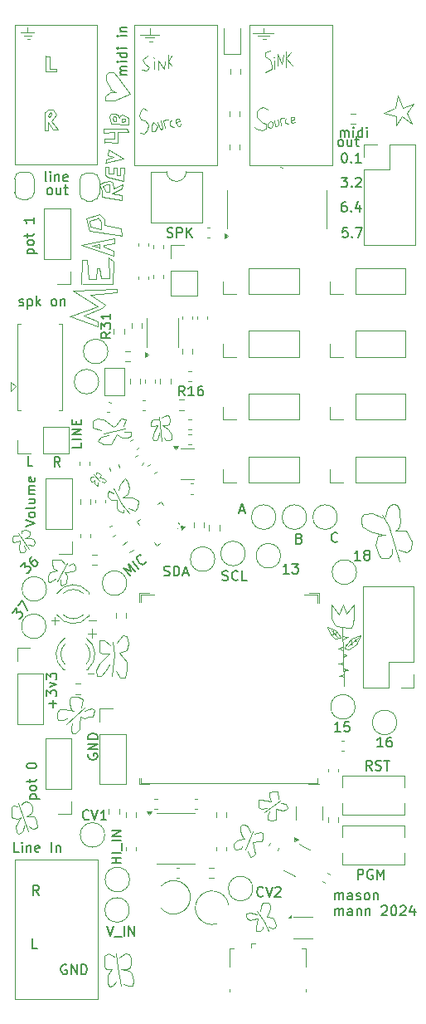
<source format=gbr>
G04 #@! TF.GenerationSoftware,KiCad,Pcbnew,8.0.3*
G04 #@! TF.CreationDate,2024-08-04T14:16:49-04:00*
G04 #@! TF.ProjectId,MEAP_Rev4b,4d454150-5f52-4657-9634-622e6b696361,rev?*
G04 #@! TF.SameCoordinates,Original*
G04 #@! TF.FileFunction,Legend,Top*
G04 #@! TF.FilePolarity,Positive*
%FSLAX46Y46*%
G04 Gerber Fmt 4.6, Leading zero omitted, Abs format (unit mm)*
G04 Created by KiCad (PCBNEW 8.0.3) date 2024-08-04 14:16:49*
%MOMM*%
%LPD*%
G01*
G04 APERTURE LIST*
%ADD10C,0.120000*%
%ADD11C,0.150000*%
G04 APERTURE END LIST*
D10*
X32880000Y-58280000D02*
X32940000Y-57780000D01*
X32680000Y-58520000D02*
X32880000Y-58280000D01*
X32320000Y-58500000D02*
X32680000Y-58520000D01*
X32270000Y-58210000D02*
X32320000Y-58500000D01*
X32460000Y-57640000D02*
X32270000Y-58210000D01*
X32780000Y-57020000D02*
X32460000Y-57640000D01*
X32330000Y-57100000D02*
X32780000Y-57020000D01*
X32090000Y-57050000D02*
X32330000Y-57100000D01*
X32090000Y-56830000D02*
X32090000Y-57050000D01*
X32200000Y-56480000D02*
X32090000Y-56830000D01*
X32440000Y-56350000D02*
X32200000Y-56480000D01*
X32820000Y-56380000D02*
X32440000Y-56350000D01*
X33650000Y-58480000D02*
X33470000Y-58220000D01*
X33980000Y-58480000D02*
X33650000Y-58480000D01*
X34200000Y-58390000D02*
X33980000Y-58480000D01*
X34210000Y-57940000D02*
X34200000Y-58390000D01*
X33840000Y-57430000D02*
X34210000Y-57940000D01*
X33300000Y-56990000D02*
X33840000Y-57430000D01*
X33680000Y-56980000D02*
X33300000Y-56990000D01*
X33970000Y-56920000D02*
X33680000Y-56980000D01*
X34040000Y-56500000D02*
X33970000Y-56920000D01*
X33950000Y-56070000D02*
X34040000Y-56500000D01*
X33760000Y-55980000D02*
X33950000Y-56070000D01*
X33410000Y-56080000D02*
X33760000Y-55980000D01*
X33180000Y-56240000D02*
X33410000Y-56080000D01*
X33210000Y-58600000D02*
X32930000Y-56160000D01*
X51610000Y-82590000D02*
X51700000Y-82630000D01*
X51350000Y-82530000D02*
X51610000Y-82590000D01*
X51570000Y-82470000D02*
X51350000Y-82530000D01*
X51780000Y-82400000D02*
X51570000Y-82470000D01*
X51980000Y-81930000D02*
X51820000Y-82060000D01*
X52250000Y-81930000D02*
X51980000Y-81930000D01*
X52070000Y-81890000D02*
X52250000Y-81930000D01*
X51740000Y-81810000D02*
X52070000Y-81890000D01*
X51960000Y-78530000D02*
X51760000Y-78500000D01*
X52210000Y-78530000D02*
X51960000Y-78530000D01*
X51960000Y-78670000D02*
X52210000Y-78530000D01*
X51740000Y-78790000D02*
X51960000Y-78670000D01*
X51450000Y-79670000D02*
X51610000Y-79590000D01*
X51220000Y-79780000D02*
X51450000Y-79670000D01*
X51370000Y-79780000D02*
X51220000Y-79780000D01*
X51650000Y-79900000D02*
X51370000Y-79780000D01*
X51940000Y-80370000D02*
X51760000Y-80330000D01*
X52070000Y-80410000D02*
X51940000Y-80370000D01*
X51920000Y-80480000D02*
X52070000Y-80410000D01*
X51760000Y-80580000D02*
X51920000Y-80480000D01*
X51470000Y-81280000D02*
X51670000Y-81170000D01*
X51260000Y-81280000D02*
X51470000Y-81280000D01*
X51450000Y-81320000D02*
X51260000Y-81280000D01*
X51700000Y-81480000D02*
X51450000Y-81320000D01*
X50850000Y-78220000D02*
X50590000Y-78280000D01*
X50730000Y-78090000D02*
X50730000Y-77870000D01*
X51000000Y-78340000D02*
X51000000Y-78090000D01*
X52840000Y-79000000D02*
X53130000Y-79020000D01*
X52450000Y-79310000D02*
X52660000Y-79350000D01*
X52910000Y-78940000D02*
X52910000Y-78810000D01*
X52600000Y-79180000D02*
X52600000Y-78940000D01*
X52780000Y-79060000D02*
X53260000Y-78650000D01*
X52270000Y-79490000D02*
X52780000Y-79060000D01*
X51100000Y-78550000D02*
X50530000Y-77910000D01*
X51900000Y-79720000D02*
X52000000Y-79370000D01*
X52310000Y-79840000D02*
X51900000Y-79720000D01*
X53110000Y-79300000D02*
X52310000Y-79840000D01*
X53540000Y-78400000D02*
X53110000Y-79300000D01*
X52580000Y-78730000D02*
X53540000Y-78400000D01*
X51940000Y-79550000D02*
X52580000Y-78730000D01*
X50920000Y-78710000D02*
X51450000Y-78690000D01*
X50500000Y-78320000D02*
X50920000Y-78710000D01*
X50140000Y-77520000D02*
X50500000Y-78320000D01*
X50960000Y-77870000D02*
X50140000Y-77520000D01*
X51450000Y-78550000D02*
X50960000Y-77870000D01*
X52170000Y-77620000D02*
X51700000Y-77580000D01*
X52560000Y-77600000D02*
X52170000Y-77620000D01*
X52760000Y-77230000D02*
X52560000Y-77600000D01*
X52850000Y-76530000D02*
X52760000Y-77230000D01*
X52800000Y-75280000D02*
X52850000Y-76530000D01*
X52110000Y-76190000D02*
X52800000Y-75280000D01*
X51740000Y-75280000D02*
X52110000Y-76190000D01*
X51330000Y-76270000D02*
X51740000Y-75280000D01*
X50550000Y-75260000D02*
X51330000Y-76270000D01*
X50550000Y-75900000D02*
X50550000Y-75260000D01*
X50590000Y-76600000D02*
X50550000Y-75900000D01*
X50810000Y-77250000D02*
X50590000Y-76600000D01*
X51080000Y-77500000D02*
X50810000Y-77250000D01*
X51670000Y-77540000D02*
X51080000Y-77500000D01*
X51780000Y-83570000D02*
X51670000Y-77540000D01*
X19080000Y-98280000D02*
X19130000Y-97790000D01*
X18790000Y-98580000D02*
X19080000Y-98280000D01*
X18580000Y-98630000D02*
X18790000Y-98580000D01*
X18360000Y-98440000D02*
X18580000Y-98630000D01*
X18300000Y-97880000D02*
X18360000Y-98440000D01*
X18800000Y-96950000D02*
X18300000Y-97880000D01*
X18520000Y-97090000D02*
X18800000Y-96950000D01*
X17950000Y-97060000D02*
X18520000Y-97090000D01*
X17890000Y-96900000D02*
X17950000Y-97060000D01*
X17860000Y-96400000D02*
X17890000Y-96900000D01*
X17860000Y-95940000D02*
X17860000Y-96400000D01*
X18060000Y-95750000D02*
X17860000Y-95940000D01*
X18500000Y-95820000D02*
X18060000Y-95750000D01*
X19970000Y-98140000D02*
X19630000Y-97850000D01*
X20190000Y-98140000D02*
X19970000Y-98140000D01*
X20450000Y-97920000D02*
X20190000Y-98140000D01*
X20440000Y-97270000D02*
X20450000Y-97920000D01*
X20160000Y-96890000D02*
X20440000Y-97270000D01*
X19430000Y-96850000D02*
X20160000Y-96890000D01*
X19680000Y-96660000D02*
X19430000Y-96850000D01*
X19840000Y-96600000D02*
X19680000Y-96660000D01*
X19950000Y-96320000D02*
X19840000Y-96600000D01*
X19950000Y-95960000D02*
X19950000Y-96320000D01*
X19940000Y-95700000D02*
X19950000Y-95960000D01*
X19650000Y-95400000D02*
X19940000Y-95700000D01*
X19330000Y-95310000D02*
X19650000Y-95400000D01*
X19010000Y-95470000D02*
X19330000Y-95310000D01*
X18870000Y-95650000D02*
X19010000Y-95470000D01*
X19570000Y-98390000D02*
X18560000Y-95530000D01*
X28170000Y-114170000D02*
X28500000Y-113730000D01*
X27850000Y-114230000D02*
X28170000Y-114170000D01*
X27690000Y-113900000D02*
X27850000Y-114230000D01*
X27670000Y-113540000D02*
X27690000Y-113900000D01*
X27670000Y-113000000D02*
X27670000Y-113540000D01*
X28150000Y-112480000D02*
X27670000Y-113000000D01*
X27640000Y-112480000D02*
X28150000Y-112480000D01*
X27410000Y-112360000D02*
X27640000Y-112480000D01*
X27330000Y-112100000D02*
X27410000Y-112360000D01*
X27330000Y-111500000D02*
X27330000Y-112100000D01*
X27370000Y-111100000D02*
X27330000Y-111500000D01*
X27750000Y-110790000D02*
X27370000Y-111100000D01*
X28330000Y-111170000D02*
X27750000Y-110790000D01*
X29790000Y-114150000D02*
X29290000Y-113940000D01*
X30270000Y-114150000D02*
X29790000Y-114150000D01*
X30290000Y-113650000D02*
X30270000Y-114150000D01*
X30110000Y-112880000D02*
X30290000Y-113650000D01*
X29850000Y-112630000D02*
X30110000Y-112880000D01*
X29060000Y-112440000D02*
X29850000Y-112630000D01*
X29610000Y-112440000D02*
X29060000Y-112440000D01*
X29940000Y-112290000D02*
X29610000Y-112440000D01*
X30080000Y-111870000D02*
X29940000Y-112290000D01*
X30080000Y-111310000D02*
X30080000Y-111870000D01*
X29900000Y-110900000D02*
X30080000Y-111310000D01*
X29440000Y-110810000D02*
X29900000Y-110900000D01*
X28900000Y-111230000D02*
X29440000Y-110810000D01*
X28690000Y-112230000D02*
X28560000Y-110870000D01*
X29040000Y-114170000D02*
X28690000Y-112230000D01*
X57920000Y-69840000D02*
X57430000Y-69660000D01*
X58230000Y-69950000D02*
X57920000Y-69840000D01*
X58670000Y-69560000D02*
X58230000Y-69950000D01*
X58720000Y-68840000D02*
X58670000Y-69560000D01*
X58130000Y-67760000D02*
X58720000Y-68840000D01*
X57090000Y-67730000D02*
X58130000Y-67760000D01*
X57230000Y-67650000D02*
X57090000Y-67730000D01*
X57480000Y-67270000D02*
X57230000Y-67650000D01*
X57540000Y-66740000D02*
X57480000Y-67270000D01*
X57480000Y-66160000D02*
X57540000Y-66740000D01*
X57460000Y-65580000D02*
X57480000Y-66160000D01*
X57220000Y-65110000D02*
X57460000Y-65580000D01*
X56860000Y-65010000D02*
X57220000Y-65110000D01*
X56560000Y-65140000D02*
X56860000Y-65010000D01*
X56220000Y-65510000D02*
X56560000Y-65140000D01*
X56040000Y-66260000D02*
X56220000Y-65510000D01*
X56740000Y-70110000D02*
X56740000Y-69620000D01*
X56400000Y-70520000D02*
X56740000Y-70110000D01*
X55630000Y-70500000D02*
X56400000Y-70520000D01*
X55350000Y-70210000D02*
X55630000Y-70500000D01*
X55060000Y-69210000D02*
X55350000Y-70210000D01*
X55320000Y-68220000D02*
X55060000Y-69210000D01*
X56070000Y-68130000D02*
X55320000Y-68220000D01*
X55790000Y-68160000D02*
X56070000Y-68130000D01*
X55110000Y-68020000D02*
X55790000Y-68160000D01*
X54510000Y-67820000D02*
X55110000Y-68020000D01*
X53690000Y-67310000D02*
X54510000Y-67820000D01*
X53560000Y-66800000D02*
X53690000Y-67310000D01*
X53560000Y-66350000D02*
X53560000Y-66800000D01*
X53870000Y-66000000D02*
X53560000Y-66350000D01*
X54730000Y-65950000D02*
X53870000Y-66000000D01*
X55690000Y-66410000D02*
X54730000Y-65950000D01*
X56350000Y-67230000D02*
X55740000Y-66140000D01*
X57470000Y-70850000D02*
X56370000Y-67260000D01*
D11*
X29069819Y-101643220D02*
X28069819Y-101643220D01*
X28546009Y-101643220D02*
X28546009Y-101071792D01*
X29069819Y-101071792D02*
X28069819Y-101071792D01*
X29069819Y-100595601D02*
X28069819Y-100595601D01*
X29165057Y-100357507D02*
X29165057Y-99595602D01*
X29069819Y-99357506D02*
X28069819Y-99357506D01*
X29069819Y-98881316D02*
X28069819Y-98881316D01*
X28069819Y-98881316D02*
X29069819Y-98309888D01*
X29069819Y-98309888D02*
X28069819Y-98309888D01*
D10*
X26660000Y-46370000D02*
X25220000Y-45790000D01*
X26660000Y-46870000D02*
X26660000Y-46370000D01*
X23860000Y-45920000D02*
X26660000Y-46870000D01*
X26360000Y-86030000D02*
X26180000Y-86700000D01*
X45910000Y-96210000D02*
X45590000Y-96260000D01*
X42800000Y-100680000D02*
X42490000Y-100950000D01*
X25251238Y-45788008D02*
X27131237Y-45058010D01*
X29430000Y-25740000D02*
X29430000Y-26030000D01*
X27300000Y-62410000D02*
X27500000Y-62660000D01*
X43270000Y-106500000D02*
X43330000Y-106130000D01*
X29101238Y-32868008D02*
X28141237Y-33328008D01*
X45960000Y-25670000D02*
X45770000Y-25830000D01*
X26811237Y-38488008D02*
X26121238Y-38668009D01*
X23980000Y-87840000D02*
X24060000Y-87340000D01*
X44260000Y-25970000D02*
X44070000Y-26240000D01*
X26630000Y-82510000D02*
X27050000Y-82570000D01*
X27621238Y-31598009D02*
X27421238Y-31538010D01*
X31900000Y-20470000D02*
X31660000Y-20860000D01*
X21740000Y-19420000D02*
X21390000Y-19350000D01*
X29940000Y-23210000D02*
X28350000Y-23860000D01*
X41290000Y-98620000D02*
X41530000Y-98990000D01*
X57780000Y-25510000D02*
X57190000Y-26450000D01*
X27860000Y-25510000D02*
X28010000Y-26230000D01*
X43330000Y-106130000D02*
X43470000Y-105790000D01*
X42210000Y-106690000D02*
X41800000Y-106760000D01*
X35090000Y-26460000D02*
X35170000Y-26270000D01*
X34050000Y-25980000D02*
X34010000Y-26370000D01*
X21650000Y-25580000D02*
X21810000Y-25490000D01*
X45770000Y-25830000D02*
X45770000Y-26180000D01*
X28540000Y-25540000D02*
X28340000Y-25500000D01*
X44690000Y-107410000D02*
X44900000Y-107950000D01*
X33650000Y-25840000D02*
X33890000Y-25860000D01*
X26490000Y-82000000D02*
X26630000Y-82510000D01*
X33420000Y-20620000D02*
X33520000Y-19920000D01*
X44640000Y-19500000D02*
X44650000Y-19440000D01*
X43760000Y-18940000D02*
X43760000Y-19410000D01*
X29560000Y-56390000D02*
X29030000Y-56340000D01*
X26670000Y-63000000D02*
X26660000Y-62800000D01*
X43520000Y-98560000D02*
X43520000Y-99030000D01*
X23080000Y-87050000D02*
X23570000Y-86870000D01*
X27510000Y-82000000D02*
X27850000Y-81350000D01*
X44400000Y-95360000D02*
X43350000Y-95160000D01*
X28880000Y-25680000D02*
X28720000Y-25340000D01*
X29600000Y-81910000D02*
X29460000Y-82760000D01*
X18730000Y-68730000D02*
X18650000Y-69510000D01*
X32010000Y-16480000D02*
X32010000Y-17200000D01*
X29670000Y-26720000D02*
X29790000Y-27070000D01*
X23280000Y-71120000D02*
X22980000Y-70660000D01*
X33400000Y-25900000D02*
X33540000Y-26650000D01*
X31030000Y-17200000D02*
X32920000Y-17200000D01*
X43640000Y-105640000D02*
X43840000Y-105640000D01*
X44240000Y-94440000D02*
X44240000Y-94820000D01*
X44650000Y-19440000D02*
X44710000Y-19500000D01*
X22460000Y-20900000D02*
X22460000Y-20640000D01*
X27571236Y-32448009D02*
X27221239Y-32598009D01*
X32850000Y-20740000D02*
X32870000Y-19840000D01*
X44690000Y-19850000D02*
X44710000Y-20670000D01*
X33300000Y-26650000D02*
X33130000Y-25940000D01*
X28740000Y-28170000D02*
X27450000Y-28140000D01*
X44550000Y-108260000D02*
X44140000Y-108140000D01*
X29180000Y-22160000D02*
X29940000Y-23210000D01*
X43480000Y-17600000D02*
X43820000Y-17600000D01*
X27771238Y-30618008D02*
X27791239Y-31318007D01*
X43500000Y-108260000D02*
X43510000Y-108120000D01*
X29730000Y-62770000D02*
X29860000Y-63430000D01*
X21810000Y-25490000D02*
X21920000Y-25230000D01*
X23310000Y-71960000D02*
X23530000Y-72320000D01*
X31500000Y-25870000D02*
X31870000Y-26370000D01*
X27321238Y-32148009D02*
X27921238Y-32098007D01*
X42670000Y-98650000D02*
X43240000Y-98440000D01*
X45590000Y-96260000D02*
X44900000Y-96060000D01*
X28291238Y-30748009D02*
X28621235Y-30748009D01*
X45060000Y-20280000D02*
X45080000Y-19160000D01*
X21370000Y-20900000D02*
X22460000Y-20900000D01*
X19930000Y-17290000D02*
X19140000Y-17290000D01*
X32310000Y-19450000D02*
X32460000Y-19530000D01*
X26850000Y-62690000D02*
X26280000Y-61990000D01*
X20120000Y-68640000D02*
X20200000Y-69020000D01*
X28630000Y-57920000D02*
X27990000Y-58970000D01*
X22100000Y-71570000D02*
X22530000Y-71810000D01*
X29230000Y-64340000D02*
X30260000Y-64340000D01*
X21920000Y-25230000D02*
X21850000Y-25080000D01*
X46360000Y-26020000D02*
X46480000Y-26200000D01*
X27500000Y-62660000D02*
X27380000Y-62800000D01*
X43510000Y-26130000D02*
X43850000Y-26240000D01*
X58910000Y-24210000D02*
X58220000Y-25170000D01*
X45350000Y-95520000D02*
X45930000Y-95560000D01*
X45510000Y-25680000D02*
X45710000Y-25680000D01*
X43240000Y-98440000D02*
X43520000Y-98560000D01*
X25811236Y-37148008D02*
X28681237Y-37618011D01*
X27791236Y-39918009D02*
X27821237Y-41968010D01*
X25950000Y-62280000D02*
X25940000Y-62460000D01*
X17950000Y-68820000D02*
X18090000Y-68960000D01*
X25750000Y-86700000D02*
X25340000Y-86830000D01*
X42960000Y-25010000D02*
X42920000Y-25570000D01*
X22540000Y-86810000D02*
X22600000Y-87030000D01*
X29760000Y-64050000D02*
X29230000Y-64340000D01*
X21570000Y-72420000D02*
X21570000Y-72890000D01*
X24780000Y-87940000D02*
X24410000Y-88390000D01*
X42870000Y-108540000D02*
X43290000Y-108540000D01*
X26800000Y-81320000D02*
X26490000Y-82000000D01*
X25951236Y-43668011D02*
X28621238Y-43458009D01*
X40730000Y-100250000D02*
X41300000Y-100140000D01*
X28601238Y-31488009D02*
X28971237Y-31498008D01*
X45520000Y-30740000D02*
X45300000Y-30670000D01*
X27921238Y-32098007D02*
X28221236Y-32278010D01*
X26350000Y-62890000D02*
X26480000Y-63120000D01*
X25841238Y-36118007D02*
X26631235Y-35858010D01*
X34850000Y-26460000D02*
X35090000Y-26460000D01*
X27960000Y-79450000D02*
X27360000Y-78880000D01*
X27401236Y-44708008D02*
X25951236Y-43668011D01*
X44600000Y-94350000D02*
X44240000Y-94440000D01*
X25151238Y-42558007D02*
X28171235Y-42588009D01*
X42820000Y-26790000D02*
X42640000Y-26580000D01*
X22570000Y-26860000D02*
X21920000Y-25990000D01*
X22050000Y-70730000D02*
X21990000Y-71040000D01*
X28300000Y-26010000D02*
X28550000Y-26000000D01*
X40570000Y-99640000D02*
X40570000Y-99990000D01*
X26471236Y-42068010D02*
X25741237Y-42068009D01*
X21610000Y-25360000D02*
X21650000Y-25580000D01*
X21610000Y-24770000D02*
X21310000Y-25030000D01*
X44200000Y-105760000D02*
X44290000Y-106030000D01*
X26981239Y-36208007D02*
X26981237Y-36998010D01*
X21630000Y-26900000D02*
X21630000Y-26100000D01*
X57320000Y-23360000D02*
X57840000Y-24600000D01*
X19500000Y-16930000D02*
X18760000Y-16930000D01*
X29840000Y-26320000D02*
X29790000Y-25640000D01*
X28770000Y-21600000D02*
X29180000Y-22160000D01*
X33850000Y-19900000D02*
X34220000Y-20290000D01*
X44470000Y-20350000D02*
X44450000Y-20690000D01*
X25741237Y-42068009D02*
X25531235Y-40128010D01*
X23820000Y-85370000D02*
X23960000Y-86030000D01*
X34640000Y-26100000D02*
X35020000Y-25980000D01*
X22980000Y-70660000D02*
X22530000Y-70660000D01*
X26991234Y-41968008D02*
X26811237Y-40958008D01*
X44180000Y-106470000D02*
X43920000Y-107100000D01*
X26641236Y-44848006D02*
X23831235Y-45928009D01*
X24140000Y-71920000D02*
X23310000Y-71960000D01*
X41300000Y-100140000D02*
X41430000Y-99900000D01*
X41920000Y-107280000D02*
X42290000Y-107450000D01*
X43760000Y-19410000D02*
X44260000Y-19720000D01*
X29430000Y-26030000D02*
X29110000Y-26060000D01*
X27331237Y-36008007D02*
X26831238Y-35448009D01*
X31700000Y-24900000D02*
X31350000Y-24640000D01*
X27370000Y-27740000D02*
X28350000Y-27740000D01*
X28800000Y-63580000D02*
X28930000Y-63010000D01*
X25280000Y-86070000D02*
X25710000Y-85900000D01*
X27420000Y-23420000D02*
X27920000Y-23040000D01*
X19320000Y-67660000D02*
X19690000Y-67800000D01*
X34960000Y-25730000D02*
X34740000Y-25730000D01*
X44070000Y-96790000D02*
X44220000Y-96320000D01*
X22540000Y-86250000D02*
X22540000Y-86810000D01*
X26870000Y-62300000D02*
X27300000Y-62410000D01*
X27221239Y-32598009D02*
X27511235Y-33228009D01*
X26050000Y-77750000D02*
X26070000Y-78660000D01*
X42890000Y-106830000D02*
X42210000Y-106690000D01*
X29680000Y-58290000D02*
X29110000Y-58290000D01*
X27800000Y-63710000D02*
X27660000Y-63970000D01*
X27411234Y-30618012D02*
X27771238Y-30618008D01*
X29430000Y-62440000D02*
X29730000Y-62770000D01*
X30490000Y-65690000D02*
X29820000Y-65470000D01*
X27990000Y-58970000D02*
X27270000Y-58970000D01*
X27030000Y-62080000D02*
X26870000Y-62300000D01*
X46060000Y-96010000D02*
X45910000Y-96210000D01*
X24080000Y-88390000D02*
X23980000Y-88060000D01*
X44690000Y-25880000D02*
X44760000Y-26470000D01*
X27360000Y-78880000D02*
X26880000Y-78910000D01*
X29860000Y-63430000D02*
X29760000Y-64050000D01*
X19230000Y-68470000D02*
X19890000Y-68470000D01*
X28270000Y-57150000D02*
X27300000Y-56430000D01*
X41390000Y-97730000D02*
X41260000Y-97890000D01*
X26821236Y-32398006D02*
X27321238Y-32148009D01*
X24370000Y-71720000D02*
X24140000Y-71920000D01*
X28340000Y-27130000D02*
X27290000Y-27160000D01*
X31080000Y-25850000D02*
X31500000Y-25870000D01*
X41530000Y-98990000D02*
X41650000Y-99170000D01*
X26340000Y-62550000D02*
X26350000Y-62890000D01*
X27121237Y-33608008D02*
X27091237Y-33078009D01*
X42920000Y-25570000D02*
X43510000Y-26130000D01*
X21630000Y-26100000D02*
X22130000Y-26840000D01*
X28620000Y-64640000D02*
X28620000Y-65340000D01*
X29930000Y-65990000D02*
X29140000Y-65010000D01*
X29110000Y-58290000D02*
X28630000Y-57920000D01*
X44470000Y-97290000D02*
X44070000Y-97240000D01*
X43580000Y-24580000D02*
X43230000Y-24650000D01*
X43350000Y-95160000D02*
X43080000Y-95200000D01*
X21280000Y-25080000D02*
X21280000Y-26930000D01*
X43080000Y-95610000D02*
X43100000Y-95940000D01*
X42680000Y-100290000D02*
X42800000Y-100680000D01*
X21920000Y-25990000D02*
X22440000Y-25290000D01*
X22240000Y-76510000D02*
X22260000Y-77310000D01*
X28340000Y-25500000D02*
X28250000Y-25520000D01*
X19630000Y-69610000D02*
X18550000Y-68010000D01*
X27891237Y-32968008D02*
X27861237Y-32468007D01*
X26831238Y-35448009D02*
X25461235Y-35918011D01*
X26680000Y-58620000D02*
X27020000Y-58180000D01*
X18760000Y-16930000D02*
X20190000Y-16940000D01*
X24820000Y-87450000D02*
X24780000Y-87940000D01*
X24210000Y-86110000D02*
X23260000Y-85900000D01*
X32320000Y-26100000D02*
X32170000Y-26450000D01*
X30050000Y-58080000D02*
X29680000Y-58290000D01*
X30750000Y-65400000D02*
X30490000Y-65690000D01*
X33420000Y-25890000D02*
X33650000Y-25840000D01*
X41790000Y-107030000D02*
X41900000Y-107260000D01*
X29140000Y-65010000D02*
X28290000Y-63420000D01*
X21280000Y-26930000D02*
X21630000Y-26900000D01*
X42510000Y-107390000D02*
X43010000Y-107280000D01*
X28010000Y-64640000D02*
X28620000Y-64640000D01*
X28300000Y-63950000D02*
X27800000Y-63710000D01*
X28620000Y-65340000D02*
X28670000Y-65620000D01*
X32990000Y-26790000D02*
X33180000Y-26830000D01*
X21760000Y-71980000D02*
X21570000Y-72420000D01*
X18520000Y-68220000D02*
X18180000Y-68220000D01*
X31920000Y-17830000D02*
X32220000Y-17830000D01*
X27420000Y-23890000D02*
X27420000Y-23420000D01*
X24141237Y-43288009D02*
X26641236Y-44848006D01*
X58740000Y-26270000D02*
X57780000Y-25510000D01*
X24640000Y-84710000D02*
X23980000Y-84710000D01*
X45080000Y-94350000D02*
X44600000Y-94350000D01*
X44450000Y-20690000D02*
X43800000Y-20970000D01*
X31350000Y-24640000D02*
X31070000Y-24890000D01*
X34630000Y-26070000D02*
X34690000Y-26270000D01*
X26140000Y-62740000D02*
X26340000Y-62550000D01*
X26040000Y-62200000D02*
X25950000Y-62280000D01*
X44070000Y-26240000D02*
X44070000Y-26620000D01*
X29600000Y-78510000D02*
X29830000Y-79250000D01*
X26490000Y-61970000D02*
X26510000Y-61800000D01*
X42530000Y-17010000D02*
X44650000Y-17010000D01*
X29460000Y-82760000D02*
X28920000Y-82760000D01*
X18180000Y-68220000D02*
X18000000Y-68270000D01*
X29171236Y-32448008D02*
X29101238Y-32868008D01*
X26590000Y-56320000D02*
X26130000Y-56590000D01*
X27861237Y-32468007D02*
X27571236Y-32448009D01*
X28311234Y-40298007D02*
X27791236Y-39918009D01*
X21740000Y-20620000D02*
X21740000Y-19420000D01*
X31720000Y-19300000D02*
X31270000Y-19690000D01*
X31870000Y-26370000D02*
X31740000Y-26830000D01*
X18740000Y-69900000D02*
X19170000Y-69950000D01*
X27660000Y-64250000D02*
X28010000Y-64640000D01*
X45920000Y-19570000D02*
X46420000Y-18980000D01*
X25960000Y-62740000D02*
X26140000Y-62740000D01*
X28141237Y-33328008D02*
X29101238Y-33508007D01*
X28670000Y-65620000D02*
X29150000Y-65890000D01*
X24410000Y-88390000D02*
X24080000Y-88390000D01*
X27131237Y-45058010D02*
X27401236Y-44708008D01*
X23980000Y-84710000D02*
X23820000Y-84940000D01*
X28360000Y-80360000D02*
X28210000Y-79110000D01*
X28060000Y-25260000D02*
X27860000Y-25510000D01*
X27290000Y-26730000D02*
X29670000Y-26720000D01*
X21370000Y-19330000D02*
X21370000Y-20900000D01*
X31270000Y-19690000D02*
X31530000Y-20120000D01*
X25461235Y-35918011D02*
X25811236Y-37148008D01*
X55900000Y-25170000D02*
X56940000Y-24690000D01*
X57190000Y-25460000D02*
X55900000Y-25170000D01*
X43840000Y-105640000D02*
X44130000Y-105640000D01*
X30920000Y-25440000D02*
X31080000Y-25850000D01*
X34010000Y-26370000D02*
X34150000Y-26530000D01*
X32470000Y-17430000D02*
X31480000Y-17430000D01*
X23420000Y-87470000D02*
X25360000Y-85760000D01*
X44520000Y-26440000D02*
X44520000Y-26060000D01*
X42290000Y-98440000D02*
X42010000Y-97840000D01*
X34150000Y-26530000D02*
X34470000Y-26550000D01*
X31660000Y-20860000D02*
X31160000Y-20780000D01*
X27841237Y-33228011D02*
X27891237Y-32968008D01*
X27331236Y-36588009D02*
X27331237Y-36008007D01*
X27651237Y-29428009D02*
X27741236Y-28878007D01*
X44260000Y-19720000D02*
X44470000Y-20350000D01*
X41260000Y-98330000D02*
X41290000Y-98620000D01*
X41650000Y-99170000D02*
X41040000Y-99270000D01*
X21570000Y-72890000D02*
X21720000Y-72960000D01*
X24941237Y-38598009D02*
X28271237Y-39668008D01*
X28050000Y-26240000D02*
X29840000Y-26320000D01*
X22790000Y-85940000D02*
X22540000Y-86250000D01*
X27791239Y-31318007D02*
X28291235Y-31318012D01*
X26771238Y-35888010D02*
X26981239Y-36208007D01*
X32870000Y-19840000D02*
X33420000Y-20620000D01*
X19170000Y-69950000D02*
X19290000Y-69700000D01*
X28720000Y-27080000D02*
X28740000Y-28170000D01*
X42490000Y-99450000D02*
X42680000Y-100290000D01*
X28240000Y-21020000D02*
X28770000Y-21600000D01*
X34690000Y-26270000D02*
X34850000Y-26460000D01*
X28070000Y-82510000D02*
X28360000Y-80360000D01*
X34240000Y-25870000D02*
X34050000Y-25980000D01*
X26880000Y-80100000D02*
X27080000Y-80240000D01*
X28530000Y-23010000D02*
X27940000Y-22750000D01*
X35020000Y-25980000D02*
X34960000Y-25730000D01*
X19630000Y-68360000D02*
X19230000Y-68470000D01*
X28350000Y-23860000D02*
X27420000Y-23890000D01*
X30260000Y-64340000D02*
X30860000Y-64670000D01*
X34740000Y-25730000D02*
X34640000Y-25880000D01*
X31440000Y-27270000D02*
X31010000Y-27150000D01*
X27741236Y-28878007D02*
X29291236Y-29788012D01*
X28920000Y-82760000D02*
X28550000Y-82030000D01*
X42490000Y-100950000D02*
X42250000Y-101030000D01*
X27421238Y-31538010D02*
X27411234Y-30618012D01*
X21720000Y-72960000D02*
X22320000Y-72650000D01*
X29001236Y-36938008D02*
X27331236Y-36588009D01*
X19290000Y-69700000D02*
X19140000Y-69220000D01*
X40800000Y-99380000D02*
X40570000Y-99640000D01*
X27541239Y-30248010D02*
X27541236Y-29858008D01*
X17950000Y-68480000D02*
X17950000Y-68820000D01*
X19740000Y-68100000D02*
X19630000Y-68360000D01*
X28640000Y-79170000D02*
X29210000Y-78430000D01*
X26981237Y-36998010D02*
X25921236Y-36738008D01*
X28381236Y-38458010D02*
X28381234Y-37938007D01*
X31740000Y-26830000D02*
X31440000Y-27270000D01*
X43080000Y-95200000D02*
X43080000Y-95610000D01*
X26650000Y-63140000D02*
X26670000Y-63000000D01*
X25340000Y-86830000D02*
X24910000Y-86680000D01*
X43290000Y-108540000D02*
X43500000Y-108260000D01*
X33180000Y-26830000D02*
X33300000Y-26650000D01*
X41800000Y-106760000D02*
X41790000Y-107030000D01*
X46530000Y-20350000D02*
X45920000Y-19570000D01*
X42250000Y-101030000D02*
X41960000Y-100410000D01*
X18000000Y-68270000D02*
X17950000Y-68480000D01*
X21990000Y-71040000D02*
X22100000Y-71570000D01*
X45490000Y-20110000D02*
X45620000Y-19180000D01*
X32170000Y-26450000D02*
X32170000Y-26980000D01*
X27660000Y-63970000D02*
X27660000Y-64250000D01*
X44090000Y-108540000D02*
X43700000Y-107600000D01*
X29830000Y-79250000D02*
X29600000Y-79960000D01*
X43520000Y-99030000D02*
X43420000Y-99420000D01*
X44250000Y-18770000D02*
X43760000Y-18940000D01*
X42290000Y-107450000D02*
X42510000Y-107390000D01*
X19690000Y-67800000D02*
X19740000Y-68100000D01*
X46610000Y-26200000D02*
X46790000Y-26060000D01*
X27500000Y-21840000D02*
X27500000Y-21220000D01*
X45140000Y-95040000D02*
X45080000Y-94350000D01*
X22530000Y-70660000D02*
X22050000Y-70730000D01*
X29121237Y-34078008D02*
X27101238Y-33698006D01*
X24370000Y-71370000D02*
X24370000Y-71720000D01*
X23680000Y-71260000D02*
X24150000Y-71040000D01*
X44010000Y-24820000D02*
X43580000Y-24580000D01*
X33830000Y-19200000D02*
X33870000Y-20550000D01*
X29600000Y-81150000D02*
X29600000Y-81910000D01*
X19500000Y-16400000D02*
X19500000Y-16930000D01*
X23490000Y-73040000D02*
X23000000Y-73310000D01*
X32730000Y-26500000D02*
X32370000Y-26060000D01*
X44130000Y-105640000D02*
X44200000Y-105760000D01*
X25531235Y-40128010D02*
X25041238Y-40128007D01*
X29190000Y-25340000D02*
X28960000Y-25400000D01*
X44290000Y-106030000D02*
X44290000Y-106270000D01*
X44380000Y-26640000D02*
X44520000Y-26440000D01*
X26671237Y-38808009D02*
X26851236Y-38908007D01*
X28221236Y-32278010D02*
X28241236Y-32848008D01*
X29400000Y-57620000D02*
X30020000Y-57650000D01*
X28621238Y-43108007D02*
X24141237Y-43288009D01*
X28971238Y-30738009D02*
X29351236Y-30738009D01*
X57190000Y-26450000D02*
X57190000Y-25460000D01*
X29291236Y-29788012D02*
X27471237Y-30228008D01*
X25680000Y-82310000D02*
X26270000Y-82310000D01*
X27850000Y-80270000D02*
X26800000Y-81320000D01*
X28241236Y-32848008D02*
X29171236Y-32448008D01*
X23260000Y-85900000D02*
X22790000Y-85940000D01*
X26851236Y-38908007D02*
X26811237Y-38488008D01*
X57840000Y-24600000D02*
X58910000Y-24210000D01*
X27261239Y-38598008D02*
X28381236Y-38458010D01*
X24990000Y-85780000D02*
X25110000Y-84960000D01*
X32170000Y-26980000D02*
X32530000Y-27000000D01*
X28960000Y-25400000D02*
X28880000Y-25680000D01*
X20200000Y-69020000D02*
X20100000Y-69260000D01*
X28311236Y-39638006D02*
X28311235Y-39218011D01*
X22490000Y-72930000D02*
X23530000Y-71040000D01*
X43710000Y-96440000D02*
X45280000Y-95250000D01*
X23960000Y-86030000D02*
X24210000Y-86110000D01*
X26480000Y-63120000D02*
X26650000Y-63140000D01*
X26130000Y-56590000D02*
X26170000Y-57250000D01*
X23530000Y-72320000D02*
X23490000Y-73040000D01*
X46480000Y-26200000D02*
X46610000Y-26200000D01*
X32010000Y-17200000D02*
X31030000Y-17200000D01*
X42830000Y-108160000D02*
X42870000Y-108540000D01*
X44760000Y-26470000D02*
X44990000Y-26470000D01*
X29790000Y-27070000D02*
X28720000Y-27080000D01*
X46360000Y-25870000D02*
X46730000Y-25800000D01*
X25921236Y-36738008D02*
X25841238Y-36118007D01*
X22870000Y-73240000D02*
X22840000Y-72690000D01*
X25660000Y-78220000D02*
X26490000Y-78220000D01*
X45290000Y-25760000D02*
X45380000Y-26390000D01*
X22530000Y-71810000D02*
X21760000Y-71980000D01*
X26180000Y-86700000D02*
X25750000Y-86700000D01*
X19890000Y-68470000D02*
X20120000Y-68640000D01*
X28510000Y-56940000D02*
X28270000Y-57150000D01*
X44510000Y-107230000D02*
X44690000Y-107410000D01*
X44180000Y-17300000D02*
X43040000Y-17300000D01*
X21810000Y-25050000D02*
X21610000Y-25360000D01*
X32780000Y-26050000D02*
X32990000Y-26790000D01*
X29030000Y-56340000D02*
X28510000Y-56940000D01*
X43590000Y-16480000D02*
X43610000Y-17010000D01*
X44900000Y-96060000D02*
X44900000Y-97160000D01*
X29150000Y-65890000D02*
X29300000Y-65840000D01*
X28360000Y-25240000D02*
X28060000Y-25260000D01*
X28250000Y-25520000D02*
X28180000Y-25720000D01*
X22460000Y-20640000D02*
X21740000Y-20620000D01*
X28311235Y-39218011D02*
X27261236Y-38768006D01*
X43230000Y-24650000D02*
X42960000Y-25010000D01*
X58220000Y-25170000D02*
X58740000Y-26270000D01*
X32530000Y-27000000D02*
X32730000Y-26500000D01*
X21940000Y-76880000D02*
X22670000Y-76880000D01*
X28291235Y-31318012D02*
X28291238Y-30748009D01*
X28381234Y-37938007D02*
X24941237Y-38598009D01*
X29101238Y-33508007D02*
X29121237Y-34078008D01*
X44240000Y-94820000D02*
X44400000Y-95360000D01*
X43470000Y-26960000D02*
X42820000Y-26790000D01*
X41040000Y-99270000D02*
X40800000Y-99380000D01*
X22110000Y-24840000D02*
X21610000Y-24770000D01*
X30860000Y-64670000D02*
X30750000Y-65400000D01*
X19690000Y-17590000D02*
X19460000Y-17590000D01*
X26560000Y-61820000D02*
X26800000Y-61870000D01*
X43130000Y-99420000D02*
X42490000Y-99450000D01*
X23980000Y-88060000D02*
X23980000Y-87840000D01*
X28971237Y-31498008D02*
X28971238Y-30738009D01*
X42010000Y-97840000D02*
X41640000Y-97730000D01*
X28230000Y-25680000D02*
X28300000Y-26010000D01*
X29291237Y-32098010D02*
X27591238Y-31668008D01*
X26631234Y-35798009D02*
X26771238Y-35888010D01*
X29600000Y-79960000D02*
X28840000Y-80210000D01*
X44900000Y-97160000D02*
X44470000Y-97290000D01*
X28550000Y-26000000D02*
X28540000Y-25540000D01*
X28000000Y-22720000D02*
X27500000Y-21840000D01*
X28350000Y-27740000D02*
X28340000Y-27130000D01*
X27290000Y-27160000D02*
X27290000Y-26730000D01*
X28251239Y-29608009D02*
X27651237Y-29428009D01*
X28720000Y-25340000D02*
X28360000Y-25240000D01*
X27020000Y-58180000D02*
X27760000Y-58020000D01*
X26850000Y-79700000D02*
X26880000Y-80100000D01*
X30020000Y-57650000D02*
X30050000Y-58080000D01*
X29351236Y-30738009D02*
X29291237Y-32098010D01*
X29790000Y-25640000D02*
X29190000Y-25340000D01*
X31530000Y-20120000D02*
X31900000Y-20470000D01*
X18850000Y-68010000D02*
X18880000Y-67730000D01*
X46720000Y-25560000D02*
X46440000Y-25560000D01*
X43920000Y-107100000D02*
X44510000Y-107230000D01*
X27300000Y-56430000D02*
X26590000Y-56320000D01*
X57030000Y-24680000D02*
X57320000Y-23360000D01*
X27080000Y-80240000D02*
X27850000Y-80270000D01*
X23000000Y-73310000D02*
X22870000Y-73240000D01*
X25710000Y-85900000D02*
X26060000Y-85840000D01*
X34640000Y-25880000D02*
X34630000Y-26070000D01*
X20100000Y-69260000D02*
X19550000Y-69140000D01*
X28171235Y-42588009D02*
X28311234Y-40298007D01*
X24910000Y-86680000D02*
X24820000Y-87450000D01*
X26571237Y-40958010D02*
X26471236Y-42068010D01*
X43470000Y-105790000D02*
X43640000Y-105640000D01*
X43700000Y-107600000D02*
X42960000Y-106510000D01*
X27770000Y-21020000D02*
X28240000Y-21020000D01*
X44290000Y-106270000D02*
X44180000Y-106470000D01*
X28930000Y-63010000D02*
X29430000Y-62440000D01*
X43610000Y-17010000D02*
X42530000Y-17010000D01*
X32390000Y-19940000D02*
X32390000Y-20660000D01*
X45090000Y-26080000D02*
X45040000Y-25840000D01*
X29110000Y-26030000D02*
X29150000Y-25750000D01*
X33910000Y-19920000D02*
X34240000Y-19320000D01*
X28621238Y-43458009D02*
X28621238Y-43108007D01*
X29210000Y-78430000D02*
X29600000Y-78510000D01*
X27541236Y-29858008D02*
X28251239Y-29608009D01*
X18090000Y-68960000D02*
X18730000Y-68730000D01*
X27591236Y-33228012D02*
X27841237Y-33228011D01*
X43850000Y-26240000D02*
X43840000Y-26760000D01*
X18880000Y-67730000D02*
X19320000Y-67660000D01*
X25110000Y-84960000D02*
X24640000Y-84710000D01*
X45770000Y-26180000D02*
X46110000Y-26250000D01*
X23820000Y-84940000D02*
X23820000Y-85370000D01*
X26170000Y-57250000D02*
X26990000Y-57510000D01*
X28791238Y-37618010D02*
X29121237Y-37668010D01*
X45080000Y-19160000D02*
X45490000Y-20110000D01*
X41640000Y-97730000D02*
X41390000Y-97730000D01*
X27380000Y-28160000D02*
X27370000Y-27740000D01*
X43420000Y-99420000D02*
X43130000Y-99420000D01*
X40570000Y-99990000D02*
X40730000Y-100250000D01*
X25750000Y-76880000D02*
X26510000Y-76880000D01*
X46440000Y-25560000D02*
X46390000Y-25690000D01*
X28840000Y-80210000D02*
X29600000Y-81150000D01*
X22600000Y-87030000D02*
X23080000Y-87050000D01*
X44520000Y-26060000D02*
X44300000Y-25960000D01*
X26060000Y-85840000D02*
X26360000Y-86030000D01*
X45930000Y-95560000D02*
X46060000Y-96010000D01*
X44900000Y-107950000D02*
X44790000Y-108230000D01*
X44990000Y-26470000D02*
X45090000Y-26340000D01*
X26121238Y-38668009D02*
X26671237Y-38808009D01*
X27500000Y-21220000D02*
X27770000Y-21020000D01*
X26230000Y-62220000D02*
X26040000Y-62200000D01*
X46730000Y-25800000D02*
X46720000Y-25560000D01*
X28621235Y-30748009D02*
X28601238Y-31488009D01*
X26850000Y-79190000D02*
X26850000Y-79700000D01*
X22440000Y-25290000D02*
X22110000Y-24840000D01*
X44070000Y-26620000D02*
X44380000Y-26640000D01*
X45900000Y-18890000D02*
X45900000Y-20500000D01*
X29150000Y-25750000D02*
X29430000Y-25740000D01*
X29121237Y-37668010D02*
X29001236Y-36938008D01*
X41720000Y-100280000D02*
X42500000Y-98410000D01*
X29280000Y-57050000D02*
X29560000Y-56390000D01*
X43010000Y-107280000D02*
X42830000Y-108160000D01*
X41260000Y-97890000D02*
X41260000Y-98330000D01*
X29300000Y-65840000D02*
X29300000Y-65620000D01*
X43100000Y-95940000D02*
X43330000Y-96100000D01*
X27091237Y-33078009D02*
X26821236Y-32398006D01*
X45300000Y-25740000D02*
X45510000Y-25680000D01*
X27270000Y-58970000D02*
X26680000Y-58620000D01*
X27261236Y-38768006D02*
X27261239Y-38598008D01*
X27380000Y-62800000D02*
X27070000Y-62740000D01*
X24150000Y-71040000D02*
X24370000Y-71370000D01*
X27821237Y-41968010D02*
X26991234Y-41968008D01*
X22130000Y-26840000D02*
X22570000Y-26860000D01*
X25940000Y-62460000D02*
X25960000Y-62740000D01*
X26811237Y-40958008D02*
X26571237Y-40958010D01*
X44790000Y-108230000D02*
X44550000Y-108260000D01*
X26800000Y-61870000D02*
X27030000Y-62080000D01*
X31070000Y-24890000D02*
X30920000Y-25440000D01*
X27250000Y-57860000D02*
X29430000Y-57350000D01*
X44070000Y-97240000D02*
X44070000Y-96790000D01*
X45090000Y-26340000D02*
X45090000Y-26080000D01*
X43330000Y-96100000D02*
X43910000Y-95990000D01*
X18650000Y-69510000D02*
X18740000Y-69900000D01*
X27920000Y-23040000D02*
X28530000Y-23010000D01*
X27050000Y-82570000D02*
X27510000Y-82000000D01*
X26880000Y-78910000D02*
X26850000Y-79190000D01*
X25041238Y-40128007D02*
X24941235Y-42588011D01*
X43840000Y-26760000D02*
X43470000Y-26960000D01*
X46390000Y-25690000D02*
X46360000Y-26020000D01*
D11*
X55790588Y-89779819D02*
X55219160Y-89779819D01*
X55504874Y-89779819D02*
X55504874Y-88779819D01*
X55504874Y-88779819D02*
X55409636Y-88922676D01*
X55409636Y-88922676D02*
X55314398Y-89017914D01*
X55314398Y-89017914D02*
X55219160Y-89065533D01*
X56647731Y-88779819D02*
X56457255Y-88779819D01*
X56457255Y-88779819D02*
X56362017Y-88827438D01*
X56362017Y-88827438D02*
X56314398Y-88875057D01*
X56314398Y-88875057D02*
X56219160Y-89017914D01*
X56219160Y-89017914D02*
X56171541Y-89208390D01*
X56171541Y-89208390D02*
X56171541Y-89589342D01*
X56171541Y-89589342D02*
X56219160Y-89684580D01*
X56219160Y-89684580D02*
X56266779Y-89732200D01*
X56266779Y-89732200D02*
X56362017Y-89779819D01*
X56362017Y-89779819D02*
X56552493Y-89779819D01*
X56552493Y-89779819D02*
X56647731Y-89732200D01*
X56647731Y-89732200D02*
X56695350Y-89684580D01*
X56695350Y-89684580D02*
X56742969Y-89589342D01*
X56742969Y-89589342D02*
X56742969Y-89351247D01*
X56742969Y-89351247D02*
X56695350Y-89256009D01*
X56695350Y-89256009D02*
X56647731Y-89208390D01*
X56647731Y-89208390D02*
X56552493Y-89160771D01*
X56552493Y-89160771D02*
X56362017Y-89160771D01*
X56362017Y-89160771D02*
X56266779Y-89208390D01*
X56266779Y-89208390D02*
X56219160Y-89256009D01*
X56219160Y-89256009D02*
X56171541Y-89351247D01*
X25748207Y-97114580D02*
X25700588Y-97162200D01*
X25700588Y-97162200D02*
X25557731Y-97209819D01*
X25557731Y-97209819D02*
X25462493Y-97209819D01*
X25462493Y-97209819D02*
X25319636Y-97162200D01*
X25319636Y-97162200D02*
X25224398Y-97066961D01*
X25224398Y-97066961D02*
X25176779Y-96971723D01*
X25176779Y-96971723D02*
X25129160Y-96781247D01*
X25129160Y-96781247D02*
X25129160Y-96638390D01*
X25129160Y-96638390D02*
X25176779Y-96447914D01*
X25176779Y-96447914D02*
X25224398Y-96352676D01*
X25224398Y-96352676D02*
X25319636Y-96257438D01*
X25319636Y-96257438D02*
X25462493Y-96209819D01*
X25462493Y-96209819D02*
X25557731Y-96209819D01*
X25557731Y-96209819D02*
X25700588Y-96257438D01*
X25700588Y-96257438D02*
X25748207Y-96305057D01*
X26033922Y-96209819D02*
X26367255Y-97209819D01*
X26367255Y-97209819D02*
X26700588Y-96209819D01*
X27557731Y-97209819D02*
X26986303Y-97209819D01*
X27272017Y-97209819D02*
X27272017Y-96209819D01*
X27272017Y-96209819D02*
X27176779Y-96352676D01*
X27176779Y-96352676D02*
X27081541Y-96447914D01*
X27081541Y-96447914D02*
X26986303Y-96495533D01*
X51148207Y-68824580D02*
X51100588Y-68872200D01*
X51100588Y-68872200D02*
X50957731Y-68919819D01*
X50957731Y-68919819D02*
X50862493Y-68919819D01*
X50862493Y-68919819D02*
X50719636Y-68872200D01*
X50719636Y-68872200D02*
X50624398Y-68776961D01*
X50624398Y-68776961D02*
X50576779Y-68681723D01*
X50576779Y-68681723D02*
X50529160Y-68491247D01*
X50529160Y-68491247D02*
X50529160Y-68348390D01*
X50529160Y-68348390D02*
X50576779Y-68157914D01*
X50576779Y-68157914D02*
X50624398Y-68062676D01*
X50624398Y-68062676D02*
X50719636Y-67967438D01*
X50719636Y-67967438D02*
X50862493Y-67919819D01*
X50862493Y-67919819D02*
X50957731Y-67919819D01*
X50957731Y-67919819D02*
X51100588Y-67967438D01*
X51100588Y-67967438D02*
X51148207Y-68015057D01*
X21689636Y-33469819D02*
X21594398Y-33422200D01*
X21594398Y-33422200D02*
X21546779Y-33374580D01*
X21546779Y-33374580D02*
X21499160Y-33279342D01*
X21499160Y-33279342D02*
X21499160Y-32993628D01*
X21499160Y-32993628D02*
X21546779Y-32898390D01*
X21546779Y-32898390D02*
X21594398Y-32850771D01*
X21594398Y-32850771D02*
X21689636Y-32803152D01*
X21689636Y-32803152D02*
X21832493Y-32803152D01*
X21832493Y-32803152D02*
X21927731Y-32850771D01*
X21927731Y-32850771D02*
X21975350Y-32898390D01*
X21975350Y-32898390D02*
X22022969Y-32993628D01*
X22022969Y-32993628D02*
X22022969Y-33279342D01*
X22022969Y-33279342D02*
X21975350Y-33374580D01*
X21975350Y-33374580D02*
X21927731Y-33422200D01*
X21927731Y-33422200D02*
X21832493Y-33469819D01*
X21832493Y-33469819D02*
X21689636Y-33469819D01*
X22880112Y-32803152D02*
X22880112Y-33469819D01*
X22451541Y-32803152D02*
X22451541Y-33326961D01*
X22451541Y-33326961D02*
X22499160Y-33422200D01*
X22499160Y-33422200D02*
X22594398Y-33469819D01*
X22594398Y-33469819D02*
X22737255Y-33469819D01*
X22737255Y-33469819D02*
X22832493Y-33422200D01*
X22832493Y-33422200D02*
X22880112Y-33374580D01*
X23213446Y-32803152D02*
X23594398Y-32803152D01*
X23356303Y-32469819D02*
X23356303Y-33326961D01*
X23356303Y-33326961D02*
X23403922Y-33422200D01*
X23403922Y-33422200D02*
X23499160Y-33469819D01*
X23499160Y-33469819D02*
X23594398Y-33469819D01*
X54668207Y-92169819D02*
X54334874Y-91693628D01*
X54096779Y-92169819D02*
X54096779Y-91169819D01*
X54096779Y-91169819D02*
X54477731Y-91169819D01*
X54477731Y-91169819D02*
X54572969Y-91217438D01*
X54572969Y-91217438D02*
X54620588Y-91265057D01*
X54620588Y-91265057D02*
X54668207Y-91360295D01*
X54668207Y-91360295D02*
X54668207Y-91503152D01*
X54668207Y-91503152D02*
X54620588Y-91598390D01*
X54620588Y-91598390D02*
X54572969Y-91646009D01*
X54572969Y-91646009D02*
X54477731Y-91693628D01*
X54477731Y-91693628D02*
X54096779Y-91693628D01*
X55049160Y-92122200D02*
X55192017Y-92169819D01*
X55192017Y-92169819D02*
X55430112Y-92169819D01*
X55430112Y-92169819D02*
X55525350Y-92122200D01*
X55525350Y-92122200D02*
X55572969Y-92074580D01*
X55572969Y-92074580D02*
X55620588Y-91979342D01*
X55620588Y-91979342D02*
X55620588Y-91884104D01*
X55620588Y-91884104D02*
X55572969Y-91788866D01*
X55572969Y-91788866D02*
X55525350Y-91741247D01*
X55525350Y-91741247D02*
X55430112Y-91693628D01*
X55430112Y-91693628D02*
X55239636Y-91646009D01*
X55239636Y-91646009D02*
X55144398Y-91598390D01*
X55144398Y-91598390D02*
X55096779Y-91550771D01*
X55096779Y-91550771D02*
X55049160Y-91455533D01*
X55049160Y-91455533D02*
X55049160Y-91360295D01*
X55049160Y-91360295D02*
X55096779Y-91265057D01*
X55096779Y-91265057D02*
X55144398Y-91217438D01*
X55144398Y-91217438D02*
X55239636Y-91169819D01*
X55239636Y-91169819D02*
X55477731Y-91169819D01*
X55477731Y-91169819D02*
X55620588Y-91217438D01*
X55906303Y-91169819D02*
X56477731Y-91169819D01*
X56192017Y-92169819D02*
X56192017Y-91169819D01*
X20648207Y-104889819D02*
X20314874Y-104413628D01*
X20076779Y-104889819D02*
X20076779Y-103889819D01*
X20076779Y-103889819D02*
X20457731Y-103889819D01*
X20457731Y-103889819D02*
X20552969Y-103937438D01*
X20552969Y-103937438D02*
X20600588Y-103985057D01*
X20600588Y-103985057D02*
X20648207Y-104080295D01*
X20648207Y-104080295D02*
X20648207Y-104223152D01*
X20648207Y-104223152D02*
X20600588Y-104318390D01*
X20600588Y-104318390D02*
X20552969Y-104366009D01*
X20552969Y-104366009D02*
X20457731Y-104413628D01*
X20457731Y-104413628D02*
X20076779Y-104413628D01*
X19743152Y-95083220D02*
X20743152Y-95083220D01*
X19790771Y-95083220D02*
X19743152Y-94987982D01*
X19743152Y-94987982D02*
X19743152Y-94797506D01*
X19743152Y-94797506D02*
X19790771Y-94702268D01*
X19790771Y-94702268D02*
X19838390Y-94654649D01*
X19838390Y-94654649D02*
X19933628Y-94607030D01*
X19933628Y-94607030D02*
X20219342Y-94607030D01*
X20219342Y-94607030D02*
X20314580Y-94654649D01*
X20314580Y-94654649D02*
X20362200Y-94702268D01*
X20362200Y-94702268D02*
X20409819Y-94797506D01*
X20409819Y-94797506D02*
X20409819Y-94987982D01*
X20409819Y-94987982D02*
X20362200Y-95083220D01*
X20409819Y-94035601D02*
X20362200Y-94130839D01*
X20362200Y-94130839D02*
X20314580Y-94178458D01*
X20314580Y-94178458D02*
X20219342Y-94226077D01*
X20219342Y-94226077D02*
X19933628Y-94226077D01*
X19933628Y-94226077D02*
X19838390Y-94178458D01*
X19838390Y-94178458D02*
X19790771Y-94130839D01*
X19790771Y-94130839D02*
X19743152Y-94035601D01*
X19743152Y-94035601D02*
X19743152Y-93892744D01*
X19743152Y-93892744D02*
X19790771Y-93797506D01*
X19790771Y-93797506D02*
X19838390Y-93749887D01*
X19838390Y-93749887D02*
X19933628Y-93702268D01*
X19933628Y-93702268D02*
X20219342Y-93702268D01*
X20219342Y-93702268D02*
X20314580Y-93749887D01*
X20314580Y-93749887D02*
X20362200Y-93797506D01*
X20362200Y-93797506D02*
X20409819Y-93892744D01*
X20409819Y-93892744D02*
X20409819Y-94035601D01*
X19743152Y-93416553D02*
X19743152Y-93035601D01*
X19409819Y-93273696D02*
X20266961Y-93273696D01*
X20266961Y-93273696D02*
X20362200Y-93226077D01*
X20362200Y-93226077D02*
X20409819Y-93130839D01*
X20409819Y-93130839D02*
X20409819Y-93035601D01*
X19409819Y-91749886D02*
X19409819Y-91654648D01*
X19409819Y-91654648D02*
X19457438Y-91559410D01*
X19457438Y-91559410D02*
X19505057Y-91511791D01*
X19505057Y-91511791D02*
X19600295Y-91464172D01*
X19600295Y-91464172D02*
X19790771Y-91416553D01*
X19790771Y-91416553D02*
X20028866Y-91416553D01*
X20028866Y-91416553D02*
X20219342Y-91464172D01*
X20219342Y-91464172D02*
X20314580Y-91511791D01*
X20314580Y-91511791D02*
X20362200Y-91559410D01*
X20362200Y-91559410D02*
X20409819Y-91654648D01*
X20409819Y-91654648D02*
X20409819Y-91749886D01*
X20409819Y-91749886D02*
X20362200Y-91845124D01*
X20362200Y-91845124D02*
X20314580Y-91892743D01*
X20314580Y-91892743D02*
X20219342Y-91940362D01*
X20219342Y-91940362D02*
X20028866Y-91987981D01*
X20028866Y-91987981D02*
X19790771Y-91987981D01*
X19790771Y-91987981D02*
X19600295Y-91940362D01*
X19600295Y-91940362D02*
X19505057Y-91892743D01*
X19505057Y-91892743D02*
X19457438Y-91845124D01*
X19457438Y-91845124D02*
X19409819Y-91749886D01*
X21439636Y-32109819D02*
X21344398Y-32062200D01*
X21344398Y-32062200D02*
X21296779Y-31966961D01*
X21296779Y-31966961D02*
X21296779Y-31109819D01*
X21820589Y-32109819D02*
X21820589Y-31443152D01*
X21820589Y-31109819D02*
X21772970Y-31157438D01*
X21772970Y-31157438D02*
X21820589Y-31205057D01*
X21820589Y-31205057D02*
X21868208Y-31157438D01*
X21868208Y-31157438D02*
X21820589Y-31109819D01*
X21820589Y-31109819D02*
X21820589Y-31205057D01*
X22296779Y-31443152D02*
X22296779Y-32109819D01*
X22296779Y-31538390D02*
X22344398Y-31490771D01*
X22344398Y-31490771D02*
X22439636Y-31443152D01*
X22439636Y-31443152D02*
X22582493Y-31443152D01*
X22582493Y-31443152D02*
X22677731Y-31490771D01*
X22677731Y-31490771D02*
X22725350Y-31586009D01*
X22725350Y-31586009D02*
X22725350Y-32109819D01*
X23582493Y-32062200D02*
X23487255Y-32109819D01*
X23487255Y-32109819D02*
X23296779Y-32109819D01*
X23296779Y-32109819D02*
X23201541Y-32062200D01*
X23201541Y-32062200D02*
X23153922Y-31966961D01*
X23153922Y-31966961D02*
X23153922Y-31586009D01*
X23153922Y-31586009D02*
X23201541Y-31490771D01*
X23201541Y-31490771D02*
X23296779Y-31443152D01*
X23296779Y-31443152D02*
X23487255Y-31443152D01*
X23487255Y-31443152D02*
X23582493Y-31490771D01*
X23582493Y-31490771D02*
X23630112Y-31586009D01*
X23630112Y-31586009D02*
X23630112Y-31681247D01*
X23630112Y-31681247D02*
X23153922Y-31776485D01*
X22078866Y-85763220D02*
X22078866Y-85001316D01*
X22459819Y-85382268D02*
X21697914Y-85382268D01*
X21459819Y-84620363D02*
X21459819Y-84001316D01*
X21459819Y-84001316D02*
X21840771Y-84334649D01*
X21840771Y-84334649D02*
X21840771Y-84191792D01*
X21840771Y-84191792D02*
X21888390Y-84096554D01*
X21888390Y-84096554D02*
X21936009Y-84048935D01*
X21936009Y-84048935D02*
X22031247Y-84001316D01*
X22031247Y-84001316D02*
X22269342Y-84001316D01*
X22269342Y-84001316D02*
X22364580Y-84048935D01*
X22364580Y-84048935D02*
X22412200Y-84096554D01*
X22412200Y-84096554D02*
X22459819Y-84191792D01*
X22459819Y-84191792D02*
X22459819Y-84477506D01*
X22459819Y-84477506D02*
X22412200Y-84572744D01*
X22412200Y-84572744D02*
X22364580Y-84620363D01*
X21793152Y-83667982D02*
X22459819Y-83429887D01*
X22459819Y-83429887D02*
X21793152Y-83191792D01*
X21459819Y-82906077D02*
X21459819Y-82287030D01*
X21459819Y-82287030D02*
X21840771Y-82620363D01*
X21840771Y-82620363D02*
X21840771Y-82477506D01*
X21840771Y-82477506D02*
X21888390Y-82382268D01*
X21888390Y-82382268D02*
X21936009Y-82334649D01*
X21936009Y-82334649D02*
X22031247Y-82287030D01*
X22031247Y-82287030D02*
X22269342Y-82287030D01*
X22269342Y-82287030D02*
X22364580Y-82334649D01*
X22364580Y-82334649D02*
X22412200Y-82382268D01*
X22412200Y-82382268D02*
X22459819Y-82477506D01*
X22459819Y-82477506D02*
X22459819Y-82763220D01*
X22459819Y-82763220D02*
X22412200Y-82858458D01*
X22412200Y-82858458D02*
X22364580Y-82906077D01*
X51541541Y-31719819D02*
X52160588Y-31719819D01*
X52160588Y-31719819D02*
X51827255Y-32100771D01*
X51827255Y-32100771D02*
X51970112Y-32100771D01*
X51970112Y-32100771D02*
X52065350Y-32148390D01*
X52065350Y-32148390D02*
X52112969Y-32196009D01*
X52112969Y-32196009D02*
X52160588Y-32291247D01*
X52160588Y-32291247D02*
X52160588Y-32529342D01*
X52160588Y-32529342D02*
X52112969Y-32624580D01*
X52112969Y-32624580D02*
X52065350Y-32672200D01*
X52065350Y-32672200D02*
X51970112Y-32719819D01*
X51970112Y-32719819D02*
X51684398Y-32719819D01*
X51684398Y-32719819D02*
X51589160Y-32672200D01*
X51589160Y-32672200D02*
X51541541Y-32624580D01*
X52589160Y-32624580D02*
X52636779Y-32672200D01*
X52636779Y-32672200D02*
X52589160Y-32719819D01*
X52589160Y-32719819D02*
X52541541Y-32672200D01*
X52541541Y-32672200D02*
X52589160Y-32624580D01*
X52589160Y-32624580D02*
X52589160Y-32719819D01*
X53017731Y-31815057D02*
X53065350Y-31767438D01*
X53065350Y-31767438D02*
X53160588Y-31719819D01*
X53160588Y-31719819D02*
X53398683Y-31719819D01*
X53398683Y-31719819D02*
X53493921Y-31767438D01*
X53493921Y-31767438D02*
X53541540Y-31815057D01*
X53541540Y-31815057D02*
X53589159Y-31910295D01*
X53589159Y-31910295D02*
X53589159Y-32005533D01*
X53589159Y-32005533D02*
X53541540Y-32148390D01*
X53541540Y-32148390D02*
X52970112Y-32719819D01*
X52970112Y-32719819D02*
X53589159Y-32719819D01*
X18659160Y-44752200D02*
X18754398Y-44799819D01*
X18754398Y-44799819D02*
X18944874Y-44799819D01*
X18944874Y-44799819D02*
X19040112Y-44752200D01*
X19040112Y-44752200D02*
X19087731Y-44656961D01*
X19087731Y-44656961D02*
X19087731Y-44609342D01*
X19087731Y-44609342D02*
X19040112Y-44514104D01*
X19040112Y-44514104D02*
X18944874Y-44466485D01*
X18944874Y-44466485D02*
X18802017Y-44466485D01*
X18802017Y-44466485D02*
X18706779Y-44418866D01*
X18706779Y-44418866D02*
X18659160Y-44323628D01*
X18659160Y-44323628D02*
X18659160Y-44276009D01*
X18659160Y-44276009D02*
X18706779Y-44180771D01*
X18706779Y-44180771D02*
X18802017Y-44133152D01*
X18802017Y-44133152D02*
X18944874Y-44133152D01*
X18944874Y-44133152D02*
X19040112Y-44180771D01*
X19516303Y-44133152D02*
X19516303Y-45133152D01*
X19516303Y-44180771D02*
X19611541Y-44133152D01*
X19611541Y-44133152D02*
X19802017Y-44133152D01*
X19802017Y-44133152D02*
X19897255Y-44180771D01*
X19897255Y-44180771D02*
X19944874Y-44228390D01*
X19944874Y-44228390D02*
X19992493Y-44323628D01*
X19992493Y-44323628D02*
X19992493Y-44609342D01*
X19992493Y-44609342D02*
X19944874Y-44704580D01*
X19944874Y-44704580D02*
X19897255Y-44752200D01*
X19897255Y-44752200D02*
X19802017Y-44799819D01*
X19802017Y-44799819D02*
X19611541Y-44799819D01*
X19611541Y-44799819D02*
X19516303Y-44752200D01*
X20421065Y-44799819D02*
X20421065Y-43799819D01*
X20516303Y-44418866D02*
X20802017Y-44799819D01*
X20802017Y-44133152D02*
X20421065Y-44514104D01*
X22135351Y-44799819D02*
X22040113Y-44752200D01*
X22040113Y-44752200D02*
X21992494Y-44704580D01*
X21992494Y-44704580D02*
X21944875Y-44609342D01*
X21944875Y-44609342D02*
X21944875Y-44323628D01*
X21944875Y-44323628D02*
X21992494Y-44228390D01*
X21992494Y-44228390D02*
X22040113Y-44180771D01*
X22040113Y-44180771D02*
X22135351Y-44133152D01*
X22135351Y-44133152D02*
X22278208Y-44133152D01*
X22278208Y-44133152D02*
X22373446Y-44180771D01*
X22373446Y-44180771D02*
X22421065Y-44228390D01*
X22421065Y-44228390D02*
X22468684Y-44323628D01*
X22468684Y-44323628D02*
X22468684Y-44609342D01*
X22468684Y-44609342D02*
X22421065Y-44704580D01*
X22421065Y-44704580D02*
X22373446Y-44752200D01*
X22373446Y-44752200D02*
X22278208Y-44799819D01*
X22278208Y-44799819D02*
X22135351Y-44799819D01*
X22897256Y-44133152D02*
X22897256Y-44799819D01*
X22897256Y-44228390D02*
X22944875Y-44180771D01*
X22944875Y-44180771D02*
X23040113Y-44133152D01*
X23040113Y-44133152D02*
X23182970Y-44133152D01*
X23182970Y-44133152D02*
X23278208Y-44180771D01*
X23278208Y-44180771D02*
X23325827Y-44276009D01*
X23325827Y-44276009D02*
X23325827Y-44799819D01*
X17939490Y-76118502D02*
X18337406Y-75644284D01*
X18337406Y-75644284D02*
X18414970Y-76144504D01*
X18414970Y-76144504D02*
X18506797Y-76035069D01*
X18506797Y-76035069D02*
X18604493Y-75992721D01*
X18604493Y-75992721D02*
X18671581Y-75986852D01*
X18671581Y-75986852D02*
X18775146Y-76011591D01*
X18775146Y-76011591D02*
X18957538Y-76164636D01*
X18957538Y-76164636D02*
X18999885Y-76262332D01*
X18999885Y-76262332D02*
X19005755Y-76329419D01*
X19005755Y-76329419D02*
X18981015Y-76432985D01*
X18981015Y-76432985D02*
X18797362Y-76651855D01*
X18797362Y-76651855D02*
X18699665Y-76694202D01*
X18699665Y-76694202D02*
X18632578Y-76700072D01*
X18551669Y-75388936D02*
X18980194Y-74878239D01*
X18980194Y-74878239D02*
X19470758Y-75849332D01*
X33439160Y-72292200D02*
X33582017Y-72339819D01*
X33582017Y-72339819D02*
X33820112Y-72339819D01*
X33820112Y-72339819D02*
X33915350Y-72292200D01*
X33915350Y-72292200D02*
X33962969Y-72244580D01*
X33962969Y-72244580D02*
X34010588Y-72149342D01*
X34010588Y-72149342D02*
X34010588Y-72054104D01*
X34010588Y-72054104D02*
X33962969Y-71958866D01*
X33962969Y-71958866D02*
X33915350Y-71911247D01*
X33915350Y-71911247D02*
X33820112Y-71863628D01*
X33820112Y-71863628D02*
X33629636Y-71816009D01*
X33629636Y-71816009D02*
X33534398Y-71768390D01*
X33534398Y-71768390D02*
X33486779Y-71720771D01*
X33486779Y-71720771D02*
X33439160Y-71625533D01*
X33439160Y-71625533D02*
X33439160Y-71530295D01*
X33439160Y-71530295D02*
X33486779Y-71435057D01*
X33486779Y-71435057D02*
X33534398Y-71387438D01*
X33534398Y-71387438D02*
X33629636Y-71339819D01*
X33629636Y-71339819D02*
X33867731Y-71339819D01*
X33867731Y-71339819D02*
X34010588Y-71387438D01*
X34439160Y-72339819D02*
X34439160Y-71339819D01*
X34439160Y-71339819D02*
X34677255Y-71339819D01*
X34677255Y-71339819D02*
X34820112Y-71387438D01*
X34820112Y-71387438D02*
X34915350Y-71482676D01*
X34915350Y-71482676D02*
X34962969Y-71577914D01*
X34962969Y-71577914D02*
X35010588Y-71768390D01*
X35010588Y-71768390D02*
X35010588Y-71911247D01*
X35010588Y-71911247D02*
X34962969Y-72101723D01*
X34962969Y-72101723D02*
X34915350Y-72196961D01*
X34915350Y-72196961D02*
X34820112Y-72292200D01*
X34820112Y-72292200D02*
X34677255Y-72339819D01*
X34677255Y-72339819D02*
X34439160Y-72339819D01*
X35391541Y-72054104D02*
X35867731Y-72054104D01*
X35296303Y-72339819D02*
X35629636Y-71339819D01*
X35629636Y-71339819D02*
X35962969Y-72339819D01*
X18602969Y-100489819D02*
X18126779Y-100489819D01*
X18126779Y-100489819D02*
X18126779Y-99489819D01*
X18936303Y-100489819D02*
X18936303Y-99823152D01*
X18936303Y-99489819D02*
X18888684Y-99537438D01*
X18888684Y-99537438D02*
X18936303Y-99585057D01*
X18936303Y-99585057D02*
X18983922Y-99537438D01*
X18983922Y-99537438D02*
X18936303Y-99489819D01*
X18936303Y-99489819D02*
X18936303Y-99585057D01*
X19412493Y-99823152D02*
X19412493Y-100489819D01*
X19412493Y-99918390D02*
X19460112Y-99870771D01*
X19460112Y-99870771D02*
X19555350Y-99823152D01*
X19555350Y-99823152D02*
X19698207Y-99823152D01*
X19698207Y-99823152D02*
X19793445Y-99870771D01*
X19793445Y-99870771D02*
X19841064Y-99966009D01*
X19841064Y-99966009D02*
X19841064Y-100489819D01*
X20698207Y-100442200D02*
X20602969Y-100489819D01*
X20602969Y-100489819D02*
X20412493Y-100489819D01*
X20412493Y-100489819D02*
X20317255Y-100442200D01*
X20317255Y-100442200D02*
X20269636Y-100346961D01*
X20269636Y-100346961D02*
X20269636Y-99966009D01*
X20269636Y-99966009D02*
X20317255Y-99870771D01*
X20317255Y-99870771D02*
X20412493Y-99823152D01*
X20412493Y-99823152D02*
X20602969Y-99823152D01*
X20602969Y-99823152D02*
X20698207Y-99870771D01*
X20698207Y-99870771D02*
X20745826Y-99966009D01*
X20745826Y-99966009D02*
X20745826Y-100061247D01*
X20745826Y-100061247D02*
X20269636Y-100156485D01*
X21936303Y-100489819D02*
X21936303Y-99489819D01*
X22412493Y-99823152D02*
X22412493Y-100489819D01*
X22412493Y-99918390D02*
X22460112Y-99870771D01*
X22460112Y-99870771D02*
X22555350Y-99823152D01*
X22555350Y-99823152D02*
X22698207Y-99823152D01*
X22698207Y-99823152D02*
X22793445Y-99870771D01*
X22793445Y-99870771D02*
X22841064Y-99966009D01*
X22841064Y-99966009D02*
X22841064Y-100489819D01*
X27593922Y-108009819D02*
X27927255Y-109009819D01*
X27927255Y-109009819D02*
X28260588Y-108009819D01*
X28355827Y-109105057D02*
X29117731Y-109105057D01*
X29355827Y-109009819D02*
X29355827Y-108009819D01*
X29832017Y-109009819D02*
X29832017Y-108009819D01*
X29832017Y-108009819D02*
X30403445Y-109009819D01*
X30403445Y-109009819D02*
X30403445Y-108009819D01*
X19269819Y-67336077D02*
X20269819Y-67002744D01*
X20269819Y-67002744D02*
X19269819Y-66669411D01*
X20269819Y-66193220D02*
X20222200Y-66288458D01*
X20222200Y-66288458D02*
X20174580Y-66336077D01*
X20174580Y-66336077D02*
X20079342Y-66383696D01*
X20079342Y-66383696D02*
X19793628Y-66383696D01*
X19793628Y-66383696D02*
X19698390Y-66336077D01*
X19698390Y-66336077D02*
X19650771Y-66288458D01*
X19650771Y-66288458D02*
X19603152Y-66193220D01*
X19603152Y-66193220D02*
X19603152Y-66050363D01*
X19603152Y-66050363D02*
X19650771Y-65955125D01*
X19650771Y-65955125D02*
X19698390Y-65907506D01*
X19698390Y-65907506D02*
X19793628Y-65859887D01*
X19793628Y-65859887D02*
X20079342Y-65859887D01*
X20079342Y-65859887D02*
X20174580Y-65907506D01*
X20174580Y-65907506D02*
X20222200Y-65955125D01*
X20222200Y-65955125D02*
X20269819Y-66050363D01*
X20269819Y-66050363D02*
X20269819Y-66193220D01*
X20269819Y-65288458D02*
X20222200Y-65383696D01*
X20222200Y-65383696D02*
X20126961Y-65431315D01*
X20126961Y-65431315D02*
X19269819Y-65431315D01*
X19603152Y-64478934D02*
X20269819Y-64478934D01*
X19603152Y-64907505D02*
X20126961Y-64907505D01*
X20126961Y-64907505D02*
X20222200Y-64859886D01*
X20222200Y-64859886D02*
X20269819Y-64764648D01*
X20269819Y-64764648D02*
X20269819Y-64621791D01*
X20269819Y-64621791D02*
X20222200Y-64526553D01*
X20222200Y-64526553D02*
X20174580Y-64478934D01*
X20269819Y-64002743D02*
X19603152Y-64002743D01*
X19698390Y-64002743D02*
X19650771Y-63955124D01*
X19650771Y-63955124D02*
X19603152Y-63859886D01*
X19603152Y-63859886D02*
X19603152Y-63717029D01*
X19603152Y-63717029D02*
X19650771Y-63621791D01*
X19650771Y-63621791D02*
X19746009Y-63574172D01*
X19746009Y-63574172D02*
X20269819Y-63574172D01*
X19746009Y-63574172D02*
X19650771Y-63526553D01*
X19650771Y-63526553D02*
X19603152Y-63431315D01*
X19603152Y-63431315D02*
X19603152Y-63288458D01*
X19603152Y-63288458D02*
X19650771Y-63193219D01*
X19650771Y-63193219D02*
X19746009Y-63145600D01*
X19746009Y-63145600D02*
X20269819Y-63145600D01*
X20222200Y-62288458D02*
X20269819Y-62383696D01*
X20269819Y-62383696D02*
X20269819Y-62574172D01*
X20269819Y-62574172D02*
X20222200Y-62669410D01*
X20222200Y-62669410D02*
X20126961Y-62717029D01*
X20126961Y-62717029D02*
X19746009Y-62717029D01*
X19746009Y-62717029D02*
X19650771Y-62669410D01*
X19650771Y-62669410D02*
X19603152Y-62574172D01*
X19603152Y-62574172D02*
X19603152Y-62383696D01*
X19603152Y-62383696D02*
X19650771Y-62288458D01*
X19650771Y-62288458D02*
X19746009Y-62240839D01*
X19746009Y-62240839D02*
X19841247Y-62240839D01*
X19841247Y-62240839D02*
X19936485Y-62717029D01*
X25707438Y-90509411D02*
X25659819Y-90604649D01*
X25659819Y-90604649D02*
X25659819Y-90747506D01*
X25659819Y-90747506D02*
X25707438Y-90890363D01*
X25707438Y-90890363D02*
X25802676Y-90985601D01*
X25802676Y-90985601D02*
X25897914Y-91033220D01*
X25897914Y-91033220D02*
X26088390Y-91080839D01*
X26088390Y-91080839D02*
X26231247Y-91080839D01*
X26231247Y-91080839D02*
X26421723Y-91033220D01*
X26421723Y-91033220D02*
X26516961Y-90985601D01*
X26516961Y-90985601D02*
X26612200Y-90890363D01*
X26612200Y-90890363D02*
X26659819Y-90747506D01*
X26659819Y-90747506D02*
X26659819Y-90652268D01*
X26659819Y-90652268D02*
X26612200Y-90509411D01*
X26612200Y-90509411D02*
X26564580Y-90461792D01*
X26564580Y-90461792D02*
X26231247Y-90461792D01*
X26231247Y-90461792D02*
X26231247Y-90652268D01*
X26659819Y-90033220D02*
X25659819Y-90033220D01*
X25659819Y-90033220D02*
X26659819Y-89461792D01*
X26659819Y-89461792D02*
X25659819Y-89461792D01*
X26659819Y-88985601D02*
X25659819Y-88985601D01*
X25659819Y-88985601D02*
X25659819Y-88747506D01*
X25659819Y-88747506D02*
X25707438Y-88604649D01*
X25707438Y-88604649D02*
X25802676Y-88509411D01*
X25802676Y-88509411D02*
X25897914Y-88461792D01*
X25897914Y-88461792D02*
X26088390Y-88414173D01*
X26088390Y-88414173D02*
X26231247Y-88414173D01*
X26231247Y-88414173D02*
X26421723Y-88461792D01*
X26421723Y-88461792D02*
X26516961Y-88509411D01*
X26516961Y-88509411D02*
X26612200Y-88604649D01*
X26612200Y-88604649D02*
X26659819Y-88747506D01*
X26659819Y-88747506D02*
X26659819Y-88985601D01*
X43558207Y-104944580D02*
X43510588Y-104992200D01*
X43510588Y-104992200D02*
X43367731Y-105039819D01*
X43367731Y-105039819D02*
X43272493Y-105039819D01*
X43272493Y-105039819D02*
X43129636Y-104992200D01*
X43129636Y-104992200D02*
X43034398Y-104896961D01*
X43034398Y-104896961D02*
X42986779Y-104801723D01*
X42986779Y-104801723D02*
X42939160Y-104611247D01*
X42939160Y-104611247D02*
X42939160Y-104468390D01*
X42939160Y-104468390D02*
X42986779Y-104277914D01*
X42986779Y-104277914D02*
X43034398Y-104182676D01*
X43034398Y-104182676D02*
X43129636Y-104087438D01*
X43129636Y-104087438D02*
X43272493Y-104039819D01*
X43272493Y-104039819D02*
X43367731Y-104039819D01*
X43367731Y-104039819D02*
X43510588Y-104087438D01*
X43510588Y-104087438D02*
X43558207Y-104135057D01*
X43843922Y-104039819D02*
X44177255Y-105039819D01*
X44177255Y-105039819D02*
X44510588Y-104039819D01*
X44796303Y-104135057D02*
X44843922Y-104087438D01*
X44843922Y-104087438D02*
X44939160Y-104039819D01*
X44939160Y-104039819D02*
X45177255Y-104039819D01*
X45177255Y-104039819D02*
X45272493Y-104087438D01*
X45272493Y-104087438D02*
X45320112Y-104135057D01*
X45320112Y-104135057D02*
X45367731Y-104230295D01*
X45367731Y-104230295D02*
X45367731Y-104325533D01*
X45367731Y-104325533D02*
X45320112Y-104468390D01*
X45320112Y-104468390D02*
X44748684Y-105039819D01*
X44748684Y-105039819D02*
X45367731Y-105039819D01*
X53216779Y-103269819D02*
X53216779Y-102269819D01*
X53216779Y-102269819D02*
X53597731Y-102269819D01*
X53597731Y-102269819D02*
X53692969Y-102317438D01*
X53692969Y-102317438D02*
X53740588Y-102365057D01*
X53740588Y-102365057D02*
X53788207Y-102460295D01*
X53788207Y-102460295D02*
X53788207Y-102603152D01*
X53788207Y-102603152D02*
X53740588Y-102698390D01*
X53740588Y-102698390D02*
X53692969Y-102746009D01*
X53692969Y-102746009D02*
X53597731Y-102793628D01*
X53597731Y-102793628D02*
X53216779Y-102793628D01*
X54740588Y-102317438D02*
X54645350Y-102269819D01*
X54645350Y-102269819D02*
X54502493Y-102269819D01*
X54502493Y-102269819D02*
X54359636Y-102317438D01*
X54359636Y-102317438D02*
X54264398Y-102412676D01*
X54264398Y-102412676D02*
X54216779Y-102507914D01*
X54216779Y-102507914D02*
X54169160Y-102698390D01*
X54169160Y-102698390D02*
X54169160Y-102841247D01*
X54169160Y-102841247D02*
X54216779Y-103031723D01*
X54216779Y-103031723D02*
X54264398Y-103126961D01*
X54264398Y-103126961D02*
X54359636Y-103222200D01*
X54359636Y-103222200D02*
X54502493Y-103269819D01*
X54502493Y-103269819D02*
X54597731Y-103269819D01*
X54597731Y-103269819D02*
X54740588Y-103222200D01*
X54740588Y-103222200D02*
X54788207Y-103174580D01*
X54788207Y-103174580D02*
X54788207Y-102841247D01*
X54788207Y-102841247D02*
X54597731Y-102841247D01*
X55216779Y-103269819D02*
X55216779Y-102269819D01*
X55216779Y-102269819D02*
X55550112Y-102984104D01*
X55550112Y-102984104D02*
X55883445Y-102269819D01*
X55883445Y-102269819D02*
X55883445Y-103269819D01*
X23470588Y-112007438D02*
X23375350Y-111959819D01*
X23375350Y-111959819D02*
X23232493Y-111959819D01*
X23232493Y-111959819D02*
X23089636Y-112007438D01*
X23089636Y-112007438D02*
X22994398Y-112102676D01*
X22994398Y-112102676D02*
X22946779Y-112197914D01*
X22946779Y-112197914D02*
X22899160Y-112388390D01*
X22899160Y-112388390D02*
X22899160Y-112531247D01*
X22899160Y-112531247D02*
X22946779Y-112721723D01*
X22946779Y-112721723D02*
X22994398Y-112816961D01*
X22994398Y-112816961D02*
X23089636Y-112912200D01*
X23089636Y-112912200D02*
X23232493Y-112959819D01*
X23232493Y-112959819D02*
X23327731Y-112959819D01*
X23327731Y-112959819D02*
X23470588Y-112912200D01*
X23470588Y-112912200D02*
X23518207Y-112864580D01*
X23518207Y-112864580D02*
X23518207Y-112531247D01*
X23518207Y-112531247D02*
X23327731Y-112531247D01*
X23946779Y-112959819D02*
X23946779Y-111959819D01*
X23946779Y-111959819D02*
X24518207Y-112959819D01*
X24518207Y-112959819D02*
X24518207Y-111959819D01*
X24994398Y-112959819D02*
X24994398Y-111959819D01*
X24994398Y-111959819D02*
X25232493Y-111959819D01*
X25232493Y-111959819D02*
X25375350Y-112007438D01*
X25375350Y-112007438D02*
X25470588Y-112102676D01*
X25470588Y-112102676D02*
X25518207Y-112197914D01*
X25518207Y-112197914D02*
X25565826Y-112388390D01*
X25565826Y-112388390D02*
X25565826Y-112531247D01*
X25565826Y-112531247D02*
X25518207Y-112721723D01*
X25518207Y-112721723D02*
X25470588Y-112816961D01*
X25470588Y-112816961D02*
X25375350Y-112912200D01*
X25375350Y-112912200D02*
X25232493Y-112959819D01*
X25232493Y-112959819D02*
X24994398Y-112959819D01*
X19473152Y-39473220D02*
X20473152Y-39473220D01*
X19520771Y-39473220D02*
X19473152Y-39377982D01*
X19473152Y-39377982D02*
X19473152Y-39187506D01*
X19473152Y-39187506D02*
X19520771Y-39092268D01*
X19520771Y-39092268D02*
X19568390Y-39044649D01*
X19568390Y-39044649D02*
X19663628Y-38997030D01*
X19663628Y-38997030D02*
X19949342Y-38997030D01*
X19949342Y-38997030D02*
X20044580Y-39044649D01*
X20044580Y-39044649D02*
X20092200Y-39092268D01*
X20092200Y-39092268D02*
X20139819Y-39187506D01*
X20139819Y-39187506D02*
X20139819Y-39377982D01*
X20139819Y-39377982D02*
X20092200Y-39473220D01*
X20139819Y-38425601D02*
X20092200Y-38520839D01*
X20092200Y-38520839D02*
X20044580Y-38568458D01*
X20044580Y-38568458D02*
X19949342Y-38616077D01*
X19949342Y-38616077D02*
X19663628Y-38616077D01*
X19663628Y-38616077D02*
X19568390Y-38568458D01*
X19568390Y-38568458D02*
X19520771Y-38520839D01*
X19520771Y-38520839D02*
X19473152Y-38425601D01*
X19473152Y-38425601D02*
X19473152Y-38282744D01*
X19473152Y-38282744D02*
X19520771Y-38187506D01*
X19520771Y-38187506D02*
X19568390Y-38139887D01*
X19568390Y-38139887D02*
X19663628Y-38092268D01*
X19663628Y-38092268D02*
X19949342Y-38092268D01*
X19949342Y-38092268D02*
X20044580Y-38139887D01*
X20044580Y-38139887D02*
X20092200Y-38187506D01*
X20092200Y-38187506D02*
X20139819Y-38282744D01*
X20139819Y-38282744D02*
X20139819Y-38425601D01*
X19473152Y-37806553D02*
X19473152Y-37425601D01*
X19139819Y-37663696D02*
X19996961Y-37663696D01*
X19996961Y-37663696D02*
X20092200Y-37616077D01*
X20092200Y-37616077D02*
X20139819Y-37520839D01*
X20139819Y-37520839D02*
X20139819Y-37425601D01*
X20139819Y-35806553D02*
X20139819Y-36377981D01*
X20139819Y-36092267D02*
X19139819Y-36092267D01*
X19139819Y-36092267D02*
X19282676Y-36187505D01*
X19282676Y-36187505D02*
X19377914Y-36282743D01*
X19377914Y-36282743D02*
X19425533Y-36377981D01*
X46190588Y-72099819D02*
X45619160Y-72099819D01*
X45904874Y-72099819D02*
X45904874Y-71099819D01*
X45904874Y-71099819D02*
X45809636Y-71242676D01*
X45809636Y-71242676D02*
X45714398Y-71337914D01*
X45714398Y-71337914D02*
X45619160Y-71385533D01*
X46523922Y-71099819D02*
X47142969Y-71099819D01*
X47142969Y-71099819D02*
X46809636Y-71480771D01*
X46809636Y-71480771D02*
X46952493Y-71480771D01*
X46952493Y-71480771D02*
X47047731Y-71528390D01*
X47047731Y-71528390D02*
X47095350Y-71576009D01*
X47095350Y-71576009D02*
X47142969Y-71671247D01*
X47142969Y-71671247D02*
X47142969Y-71909342D01*
X47142969Y-71909342D02*
X47095350Y-72004580D01*
X47095350Y-72004580D02*
X47047731Y-72052200D01*
X47047731Y-72052200D02*
X46952493Y-72099819D01*
X46952493Y-72099819D02*
X46666779Y-72099819D01*
X46666779Y-72099819D02*
X46571541Y-72052200D01*
X46571541Y-72052200D02*
X46523922Y-72004580D01*
X20012969Y-61139819D02*
X19536779Y-61139819D01*
X19536779Y-61139819D02*
X19536779Y-60139819D01*
X50906779Y-105349875D02*
X50906779Y-104683208D01*
X50906779Y-104778446D02*
X50954398Y-104730827D01*
X50954398Y-104730827D02*
X51049636Y-104683208D01*
X51049636Y-104683208D02*
X51192493Y-104683208D01*
X51192493Y-104683208D02*
X51287731Y-104730827D01*
X51287731Y-104730827D02*
X51335350Y-104826065D01*
X51335350Y-104826065D02*
X51335350Y-105349875D01*
X51335350Y-104826065D02*
X51382969Y-104730827D01*
X51382969Y-104730827D02*
X51478207Y-104683208D01*
X51478207Y-104683208D02*
X51621064Y-104683208D01*
X51621064Y-104683208D02*
X51716303Y-104730827D01*
X51716303Y-104730827D02*
X51763922Y-104826065D01*
X51763922Y-104826065D02*
X51763922Y-105349875D01*
X52668683Y-105349875D02*
X52668683Y-104826065D01*
X52668683Y-104826065D02*
X52621064Y-104730827D01*
X52621064Y-104730827D02*
X52525826Y-104683208D01*
X52525826Y-104683208D02*
X52335350Y-104683208D01*
X52335350Y-104683208D02*
X52240112Y-104730827D01*
X52668683Y-105302256D02*
X52573445Y-105349875D01*
X52573445Y-105349875D02*
X52335350Y-105349875D01*
X52335350Y-105349875D02*
X52240112Y-105302256D01*
X52240112Y-105302256D02*
X52192493Y-105207017D01*
X52192493Y-105207017D02*
X52192493Y-105111779D01*
X52192493Y-105111779D02*
X52240112Y-105016541D01*
X52240112Y-105016541D02*
X52335350Y-104968922D01*
X52335350Y-104968922D02*
X52573445Y-104968922D01*
X52573445Y-104968922D02*
X52668683Y-104921303D01*
X53097255Y-105302256D02*
X53192493Y-105349875D01*
X53192493Y-105349875D02*
X53382969Y-105349875D01*
X53382969Y-105349875D02*
X53478207Y-105302256D01*
X53478207Y-105302256D02*
X53525826Y-105207017D01*
X53525826Y-105207017D02*
X53525826Y-105159398D01*
X53525826Y-105159398D02*
X53478207Y-105064160D01*
X53478207Y-105064160D02*
X53382969Y-105016541D01*
X53382969Y-105016541D02*
X53240112Y-105016541D01*
X53240112Y-105016541D02*
X53144874Y-104968922D01*
X53144874Y-104968922D02*
X53097255Y-104873684D01*
X53097255Y-104873684D02*
X53097255Y-104826065D01*
X53097255Y-104826065D02*
X53144874Y-104730827D01*
X53144874Y-104730827D02*
X53240112Y-104683208D01*
X53240112Y-104683208D02*
X53382969Y-104683208D01*
X53382969Y-104683208D02*
X53478207Y-104730827D01*
X54097255Y-105349875D02*
X54002017Y-105302256D01*
X54002017Y-105302256D02*
X53954398Y-105254636D01*
X53954398Y-105254636D02*
X53906779Y-105159398D01*
X53906779Y-105159398D02*
X53906779Y-104873684D01*
X53906779Y-104873684D02*
X53954398Y-104778446D01*
X53954398Y-104778446D02*
X54002017Y-104730827D01*
X54002017Y-104730827D02*
X54097255Y-104683208D01*
X54097255Y-104683208D02*
X54240112Y-104683208D01*
X54240112Y-104683208D02*
X54335350Y-104730827D01*
X54335350Y-104730827D02*
X54382969Y-104778446D01*
X54382969Y-104778446D02*
X54430588Y-104873684D01*
X54430588Y-104873684D02*
X54430588Y-105159398D01*
X54430588Y-105159398D02*
X54382969Y-105254636D01*
X54382969Y-105254636D02*
X54335350Y-105302256D01*
X54335350Y-105302256D02*
X54240112Y-105349875D01*
X54240112Y-105349875D02*
X54097255Y-105349875D01*
X54859160Y-104683208D02*
X54859160Y-105349875D01*
X54859160Y-104778446D02*
X54906779Y-104730827D01*
X54906779Y-104730827D02*
X55002017Y-104683208D01*
X55002017Y-104683208D02*
X55144874Y-104683208D01*
X55144874Y-104683208D02*
X55240112Y-104730827D01*
X55240112Y-104730827D02*
X55287731Y-104826065D01*
X55287731Y-104826065D02*
X55287731Y-105349875D01*
X50906779Y-106959819D02*
X50906779Y-106293152D01*
X50906779Y-106388390D02*
X50954398Y-106340771D01*
X50954398Y-106340771D02*
X51049636Y-106293152D01*
X51049636Y-106293152D02*
X51192493Y-106293152D01*
X51192493Y-106293152D02*
X51287731Y-106340771D01*
X51287731Y-106340771D02*
X51335350Y-106436009D01*
X51335350Y-106436009D02*
X51335350Y-106959819D01*
X51335350Y-106436009D02*
X51382969Y-106340771D01*
X51382969Y-106340771D02*
X51478207Y-106293152D01*
X51478207Y-106293152D02*
X51621064Y-106293152D01*
X51621064Y-106293152D02*
X51716303Y-106340771D01*
X51716303Y-106340771D02*
X51763922Y-106436009D01*
X51763922Y-106436009D02*
X51763922Y-106959819D01*
X52668683Y-106959819D02*
X52668683Y-106436009D01*
X52668683Y-106436009D02*
X52621064Y-106340771D01*
X52621064Y-106340771D02*
X52525826Y-106293152D01*
X52525826Y-106293152D02*
X52335350Y-106293152D01*
X52335350Y-106293152D02*
X52240112Y-106340771D01*
X52668683Y-106912200D02*
X52573445Y-106959819D01*
X52573445Y-106959819D02*
X52335350Y-106959819D01*
X52335350Y-106959819D02*
X52240112Y-106912200D01*
X52240112Y-106912200D02*
X52192493Y-106816961D01*
X52192493Y-106816961D02*
X52192493Y-106721723D01*
X52192493Y-106721723D02*
X52240112Y-106626485D01*
X52240112Y-106626485D02*
X52335350Y-106578866D01*
X52335350Y-106578866D02*
X52573445Y-106578866D01*
X52573445Y-106578866D02*
X52668683Y-106531247D01*
X53144874Y-106293152D02*
X53144874Y-106959819D01*
X53144874Y-106388390D02*
X53192493Y-106340771D01*
X53192493Y-106340771D02*
X53287731Y-106293152D01*
X53287731Y-106293152D02*
X53430588Y-106293152D01*
X53430588Y-106293152D02*
X53525826Y-106340771D01*
X53525826Y-106340771D02*
X53573445Y-106436009D01*
X53573445Y-106436009D02*
X53573445Y-106959819D01*
X54049636Y-106293152D02*
X54049636Y-106959819D01*
X54049636Y-106388390D02*
X54097255Y-106340771D01*
X54097255Y-106340771D02*
X54192493Y-106293152D01*
X54192493Y-106293152D02*
X54335350Y-106293152D01*
X54335350Y-106293152D02*
X54430588Y-106340771D01*
X54430588Y-106340771D02*
X54478207Y-106436009D01*
X54478207Y-106436009D02*
X54478207Y-106959819D01*
X55668684Y-106055057D02*
X55716303Y-106007438D01*
X55716303Y-106007438D02*
X55811541Y-105959819D01*
X55811541Y-105959819D02*
X56049636Y-105959819D01*
X56049636Y-105959819D02*
X56144874Y-106007438D01*
X56144874Y-106007438D02*
X56192493Y-106055057D01*
X56192493Y-106055057D02*
X56240112Y-106150295D01*
X56240112Y-106150295D02*
X56240112Y-106245533D01*
X56240112Y-106245533D02*
X56192493Y-106388390D01*
X56192493Y-106388390D02*
X55621065Y-106959819D01*
X55621065Y-106959819D02*
X56240112Y-106959819D01*
X56859160Y-105959819D02*
X56954398Y-105959819D01*
X56954398Y-105959819D02*
X57049636Y-106007438D01*
X57049636Y-106007438D02*
X57097255Y-106055057D01*
X57097255Y-106055057D02*
X57144874Y-106150295D01*
X57144874Y-106150295D02*
X57192493Y-106340771D01*
X57192493Y-106340771D02*
X57192493Y-106578866D01*
X57192493Y-106578866D02*
X57144874Y-106769342D01*
X57144874Y-106769342D02*
X57097255Y-106864580D01*
X57097255Y-106864580D02*
X57049636Y-106912200D01*
X57049636Y-106912200D02*
X56954398Y-106959819D01*
X56954398Y-106959819D02*
X56859160Y-106959819D01*
X56859160Y-106959819D02*
X56763922Y-106912200D01*
X56763922Y-106912200D02*
X56716303Y-106864580D01*
X56716303Y-106864580D02*
X56668684Y-106769342D01*
X56668684Y-106769342D02*
X56621065Y-106578866D01*
X56621065Y-106578866D02*
X56621065Y-106340771D01*
X56621065Y-106340771D02*
X56668684Y-106150295D01*
X56668684Y-106150295D02*
X56716303Y-106055057D01*
X56716303Y-106055057D02*
X56763922Y-106007438D01*
X56763922Y-106007438D02*
X56859160Y-105959819D01*
X57573446Y-106055057D02*
X57621065Y-106007438D01*
X57621065Y-106007438D02*
X57716303Y-105959819D01*
X57716303Y-105959819D02*
X57954398Y-105959819D01*
X57954398Y-105959819D02*
X58049636Y-106007438D01*
X58049636Y-106007438D02*
X58097255Y-106055057D01*
X58097255Y-106055057D02*
X58144874Y-106150295D01*
X58144874Y-106150295D02*
X58144874Y-106245533D01*
X58144874Y-106245533D02*
X58097255Y-106388390D01*
X58097255Y-106388390D02*
X57525827Y-106959819D01*
X57525827Y-106959819D02*
X58144874Y-106959819D01*
X59002017Y-106293152D02*
X59002017Y-106959819D01*
X58763922Y-105912200D02*
X58525827Y-106626485D01*
X58525827Y-106626485D02*
X59144874Y-106626485D01*
X51456779Y-27609819D02*
X51456779Y-26943152D01*
X51456779Y-27038390D02*
X51504398Y-26990771D01*
X51504398Y-26990771D02*
X51599636Y-26943152D01*
X51599636Y-26943152D02*
X51742493Y-26943152D01*
X51742493Y-26943152D02*
X51837731Y-26990771D01*
X51837731Y-26990771D02*
X51885350Y-27086009D01*
X51885350Y-27086009D02*
X51885350Y-27609819D01*
X51885350Y-27086009D02*
X51932969Y-26990771D01*
X51932969Y-26990771D02*
X52028207Y-26943152D01*
X52028207Y-26943152D02*
X52171064Y-26943152D01*
X52171064Y-26943152D02*
X52266303Y-26990771D01*
X52266303Y-26990771D02*
X52313922Y-27086009D01*
X52313922Y-27086009D02*
X52313922Y-27609819D01*
X52790112Y-27609819D02*
X52790112Y-26943152D01*
X52790112Y-26609819D02*
X52742493Y-26657438D01*
X52742493Y-26657438D02*
X52790112Y-26705057D01*
X52790112Y-26705057D02*
X52837731Y-26657438D01*
X52837731Y-26657438D02*
X52790112Y-26609819D01*
X52790112Y-26609819D02*
X52790112Y-26705057D01*
X53694873Y-27609819D02*
X53694873Y-26609819D01*
X53694873Y-27562200D02*
X53599635Y-27609819D01*
X53599635Y-27609819D02*
X53409159Y-27609819D01*
X53409159Y-27609819D02*
X53313921Y-27562200D01*
X53313921Y-27562200D02*
X53266302Y-27514580D01*
X53266302Y-27514580D02*
X53218683Y-27419342D01*
X53218683Y-27419342D02*
X53218683Y-27133628D01*
X53218683Y-27133628D02*
X53266302Y-27038390D01*
X53266302Y-27038390D02*
X53313921Y-26990771D01*
X53313921Y-26990771D02*
X53409159Y-26943152D01*
X53409159Y-26943152D02*
X53599635Y-26943152D01*
X53599635Y-26943152D02*
X53694873Y-26990771D01*
X54171064Y-27609819D02*
X54171064Y-26943152D01*
X54171064Y-26609819D02*
X54123445Y-26657438D01*
X54123445Y-26657438D02*
X54171064Y-26705057D01*
X54171064Y-26705057D02*
X54218683Y-26657438D01*
X54218683Y-26657438D02*
X54171064Y-26609819D01*
X54171064Y-26609819D02*
X54171064Y-26705057D01*
X29954309Y-72333798D02*
X29311521Y-71567753D01*
X29311521Y-71567753D02*
X30026003Y-71900665D01*
X30026003Y-71900665D02*
X29822217Y-71139228D01*
X29822217Y-71139228D02*
X30465005Y-71905273D01*
X30829788Y-71599183D02*
X30187000Y-70833139D01*
X31571092Y-70852830D02*
X31565223Y-70919918D01*
X31565223Y-70919918D02*
X31486397Y-71048223D01*
X31486397Y-71048223D02*
X31413440Y-71109441D01*
X31413440Y-71109441D02*
X31273397Y-71164789D01*
X31273397Y-71164789D02*
X31139222Y-71153050D01*
X31139222Y-71153050D02*
X31041526Y-71110703D01*
X31041526Y-71110703D02*
X30882612Y-70995398D01*
X30882612Y-70995398D02*
X30790785Y-70885963D01*
X30790785Y-70885963D02*
X30704828Y-70709441D01*
X30704828Y-70709441D02*
X30680088Y-70605876D01*
X30680088Y-70605876D02*
X30691827Y-70471701D01*
X30691827Y-70471701D02*
X30770653Y-70343396D01*
X30770653Y-70343396D02*
X30843609Y-70282178D01*
X30843609Y-70282178D02*
X30983653Y-70226830D01*
X30983653Y-70226830D02*
X31050741Y-70232699D01*
X39409160Y-72762200D02*
X39552017Y-72809819D01*
X39552017Y-72809819D02*
X39790112Y-72809819D01*
X39790112Y-72809819D02*
X39885350Y-72762200D01*
X39885350Y-72762200D02*
X39932969Y-72714580D01*
X39932969Y-72714580D02*
X39980588Y-72619342D01*
X39980588Y-72619342D02*
X39980588Y-72524104D01*
X39980588Y-72524104D02*
X39932969Y-72428866D01*
X39932969Y-72428866D02*
X39885350Y-72381247D01*
X39885350Y-72381247D02*
X39790112Y-72333628D01*
X39790112Y-72333628D02*
X39599636Y-72286009D01*
X39599636Y-72286009D02*
X39504398Y-72238390D01*
X39504398Y-72238390D02*
X39456779Y-72190771D01*
X39456779Y-72190771D02*
X39409160Y-72095533D01*
X39409160Y-72095533D02*
X39409160Y-72000295D01*
X39409160Y-72000295D02*
X39456779Y-71905057D01*
X39456779Y-71905057D02*
X39504398Y-71857438D01*
X39504398Y-71857438D02*
X39599636Y-71809819D01*
X39599636Y-71809819D02*
X39837731Y-71809819D01*
X39837731Y-71809819D02*
X39980588Y-71857438D01*
X40980588Y-72714580D02*
X40932969Y-72762200D01*
X40932969Y-72762200D02*
X40790112Y-72809819D01*
X40790112Y-72809819D02*
X40694874Y-72809819D01*
X40694874Y-72809819D02*
X40552017Y-72762200D01*
X40552017Y-72762200D02*
X40456779Y-72666961D01*
X40456779Y-72666961D02*
X40409160Y-72571723D01*
X40409160Y-72571723D02*
X40361541Y-72381247D01*
X40361541Y-72381247D02*
X40361541Y-72238390D01*
X40361541Y-72238390D02*
X40409160Y-72047914D01*
X40409160Y-72047914D02*
X40456779Y-71952676D01*
X40456779Y-71952676D02*
X40552017Y-71857438D01*
X40552017Y-71857438D02*
X40694874Y-71809819D01*
X40694874Y-71809819D02*
X40790112Y-71809819D01*
X40790112Y-71809819D02*
X40932969Y-71857438D01*
X40932969Y-71857438D02*
X40980588Y-71905057D01*
X41885350Y-72809819D02*
X41409160Y-72809819D01*
X41409160Y-72809819D02*
X41409160Y-71809819D01*
X51419636Y-28539819D02*
X51324398Y-28492200D01*
X51324398Y-28492200D02*
X51276779Y-28444580D01*
X51276779Y-28444580D02*
X51229160Y-28349342D01*
X51229160Y-28349342D02*
X51229160Y-28063628D01*
X51229160Y-28063628D02*
X51276779Y-27968390D01*
X51276779Y-27968390D02*
X51324398Y-27920771D01*
X51324398Y-27920771D02*
X51419636Y-27873152D01*
X51419636Y-27873152D02*
X51562493Y-27873152D01*
X51562493Y-27873152D02*
X51657731Y-27920771D01*
X51657731Y-27920771D02*
X51705350Y-27968390D01*
X51705350Y-27968390D02*
X51752969Y-28063628D01*
X51752969Y-28063628D02*
X51752969Y-28349342D01*
X51752969Y-28349342D02*
X51705350Y-28444580D01*
X51705350Y-28444580D02*
X51657731Y-28492200D01*
X51657731Y-28492200D02*
X51562493Y-28539819D01*
X51562493Y-28539819D02*
X51419636Y-28539819D01*
X52610112Y-27873152D02*
X52610112Y-28539819D01*
X52181541Y-27873152D02*
X52181541Y-28396961D01*
X52181541Y-28396961D02*
X52229160Y-28492200D01*
X52229160Y-28492200D02*
X52324398Y-28539819D01*
X52324398Y-28539819D02*
X52467255Y-28539819D01*
X52467255Y-28539819D02*
X52562493Y-28492200D01*
X52562493Y-28492200D02*
X52610112Y-28444580D01*
X52943446Y-27873152D02*
X53324398Y-27873152D01*
X53086303Y-27539819D02*
X53086303Y-28396961D01*
X53086303Y-28396961D02*
X53133922Y-28492200D01*
X53133922Y-28492200D02*
X53229160Y-28539819D01*
X53229160Y-28539819D02*
X53324398Y-28539819D01*
X29659819Y-21253220D02*
X28993152Y-21253220D01*
X29088390Y-21253220D02*
X29040771Y-21205601D01*
X29040771Y-21205601D02*
X28993152Y-21110363D01*
X28993152Y-21110363D02*
X28993152Y-20967506D01*
X28993152Y-20967506D02*
X29040771Y-20872268D01*
X29040771Y-20872268D02*
X29136009Y-20824649D01*
X29136009Y-20824649D02*
X29659819Y-20824649D01*
X29136009Y-20824649D02*
X29040771Y-20777030D01*
X29040771Y-20777030D02*
X28993152Y-20681792D01*
X28993152Y-20681792D02*
X28993152Y-20538935D01*
X28993152Y-20538935D02*
X29040771Y-20443696D01*
X29040771Y-20443696D02*
X29136009Y-20396077D01*
X29136009Y-20396077D02*
X29659819Y-20396077D01*
X29659819Y-19919887D02*
X28993152Y-19919887D01*
X28659819Y-19919887D02*
X28707438Y-19967506D01*
X28707438Y-19967506D02*
X28755057Y-19919887D01*
X28755057Y-19919887D02*
X28707438Y-19872268D01*
X28707438Y-19872268D02*
X28659819Y-19919887D01*
X28659819Y-19919887D02*
X28755057Y-19919887D01*
X29659819Y-19015126D02*
X28659819Y-19015126D01*
X29612200Y-19015126D02*
X29659819Y-19110364D01*
X29659819Y-19110364D02*
X29659819Y-19300840D01*
X29659819Y-19300840D02*
X29612200Y-19396078D01*
X29612200Y-19396078D02*
X29564580Y-19443697D01*
X29564580Y-19443697D02*
X29469342Y-19491316D01*
X29469342Y-19491316D02*
X29183628Y-19491316D01*
X29183628Y-19491316D02*
X29088390Y-19443697D01*
X29088390Y-19443697D02*
X29040771Y-19396078D01*
X29040771Y-19396078D02*
X28993152Y-19300840D01*
X28993152Y-19300840D02*
X28993152Y-19110364D01*
X28993152Y-19110364D02*
X29040771Y-19015126D01*
X29659819Y-18538935D02*
X28993152Y-18538935D01*
X28659819Y-18538935D02*
X28707438Y-18586554D01*
X28707438Y-18586554D02*
X28755057Y-18538935D01*
X28755057Y-18538935D02*
X28707438Y-18491316D01*
X28707438Y-18491316D02*
X28659819Y-18538935D01*
X28659819Y-18538935D02*
X28755057Y-18538935D01*
X29659819Y-17300840D02*
X28993152Y-17300840D01*
X28659819Y-17300840D02*
X28707438Y-17348459D01*
X28707438Y-17348459D02*
X28755057Y-17300840D01*
X28755057Y-17300840D02*
X28707438Y-17253221D01*
X28707438Y-17253221D02*
X28659819Y-17300840D01*
X28659819Y-17300840D02*
X28755057Y-17300840D01*
X28993152Y-16824650D02*
X29659819Y-16824650D01*
X29088390Y-16824650D02*
X29040771Y-16777031D01*
X29040771Y-16777031D02*
X28993152Y-16681793D01*
X28993152Y-16681793D02*
X28993152Y-16538936D01*
X28993152Y-16538936D02*
X29040771Y-16443698D01*
X29040771Y-16443698D02*
X29136009Y-16396079D01*
X29136009Y-16396079D02*
X29659819Y-16396079D01*
X51807255Y-29209819D02*
X51902493Y-29209819D01*
X51902493Y-29209819D02*
X51997731Y-29257438D01*
X51997731Y-29257438D02*
X52045350Y-29305057D01*
X52045350Y-29305057D02*
X52092969Y-29400295D01*
X52092969Y-29400295D02*
X52140588Y-29590771D01*
X52140588Y-29590771D02*
X52140588Y-29828866D01*
X52140588Y-29828866D02*
X52092969Y-30019342D01*
X52092969Y-30019342D02*
X52045350Y-30114580D01*
X52045350Y-30114580D02*
X51997731Y-30162200D01*
X51997731Y-30162200D02*
X51902493Y-30209819D01*
X51902493Y-30209819D02*
X51807255Y-30209819D01*
X51807255Y-30209819D02*
X51712017Y-30162200D01*
X51712017Y-30162200D02*
X51664398Y-30114580D01*
X51664398Y-30114580D02*
X51616779Y-30019342D01*
X51616779Y-30019342D02*
X51569160Y-29828866D01*
X51569160Y-29828866D02*
X51569160Y-29590771D01*
X51569160Y-29590771D02*
X51616779Y-29400295D01*
X51616779Y-29400295D02*
X51664398Y-29305057D01*
X51664398Y-29305057D02*
X51712017Y-29257438D01*
X51712017Y-29257438D02*
X51807255Y-29209819D01*
X52569160Y-30114580D02*
X52616779Y-30162200D01*
X52616779Y-30162200D02*
X52569160Y-30209819D01*
X52569160Y-30209819D02*
X52521541Y-30162200D01*
X52521541Y-30162200D02*
X52569160Y-30114580D01*
X52569160Y-30114580D02*
X52569160Y-30209819D01*
X53569159Y-30209819D02*
X52997731Y-30209819D01*
X53283445Y-30209819D02*
X53283445Y-29209819D01*
X53283445Y-29209819D02*
X53188207Y-29352676D01*
X53188207Y-29352676D02*
X53092969Y-29447914D01*
X53092969Y-29447914D02*
X52997731Y-29495533D01*
X51460588Y-88209819D02*
X50889160Y-88209819D01*
X51174874Y-88209819D02*
X51174874Y-87209819D01*
X51174874Y-87209819D02*
X51079636Y-87352676D01*
X51079636Y-87352676D02*
X50984398Y-87447914D01*
X50984398Y-87447914D02*
X50889160Y-87495533D01*
X52365350Y-87209819D02*
X51889160Y-87209819D01*
X51889160Y-87209819D02*
X51841541Y-87686009D01*
X51841541Y-87686009D02*
X51889160Y-87638390D01*
X51889160Y-87638390D02*
X51984398Y-87590771D01*
X51984398Y-87590771D02*
X52222493Y-87590771D01*
X52222493Y-87590771D02*
X52317731Y-87638390D01*
X52317731Y-87638390D02*
X52365350Y-87686009D01*
X52365350Y-87686009D02*
X52412969Y-87781247D01*
X52412969Y-87781247D02*
X52412969Y-88019342D01*
X52412969Y-88019342D02*
X52365350Y-88114580D01*
X52365350Y-88114580D02*
X52317731Y-88162200D01*
X52317731Y-88162200D02*
X52222493Y-88209819D01*
X52222493Y-88209819D02*
X51984398Y-88209819D01*
X51984398Y-88209819D02*
X51889160Y-88162200D01*
X51889160Y-88162200D02*
X51841541Y-88114580D01*
X52172969Y-36829819D02*
X51696779Y-36829819D01*
X51696779Y-36829819D02*
X51649160Y-37306009D01*
X51649160Y-37306009D02*
X51696779Y-37258390D01*
X51696779Y-37258390D02*
X51792017Y-37210771D01*
X51792017Y-37210771D02*
X52030112Y-37210771D01*
X52030112Y-37210771D02*
X52125350Y-37258390D01*
X52125350Y-37258390D02*
X52172969Y-37306009D01*
X52172969Y-37306009D02*
X52220588Y-37401247D01*
X52220588Y-37401247D02*
X52220588Y-37639342D01*
X52220588Y-37639342D02*
X52172969Y-37734580D01*
X52172969Y-37734580D02*
X52125350Y-37782200D01*
X52125350Y-37782200D02*
X52030112Y-37829819D01*
X52030112Y-37829819D02*
X51792017Y-37829819D01*
X51792017Y-37829819D02*
X51696779Y-37782200D01*
X51696779Y-37782200D02*
X51649160Y-37734580D01*
X52649160Y-37734580D02*
X52696779Y-37782200D01*
X52696779Y-37782200D02*
X52649160Y-37829819D01*
X52649160Y-37829819D02*
X52601541Y-37782200D01*
X52601541Y-37782200D02*
X52649160Y-37734580D01*
X52649160Y-37734580D02*
X52649160Y-37829819D01*
X53030112Y-36829819D02*
X53696778Y-36829819D01*
X53696778Y-36829819D02*
X53268207Y-37829819D01*
X22818207Y-61209819D02*
X22484874Y-60733628D01*
X22246779Y-61209819D02*
X22246779Y-60209819D01*
X22246779Y-60209819D02*
X22627731Y-60209819D01*
X22627731Y-60209819D02*
X22722969Y-60257438D01*
X22722969Y-60257438D02*
X22770588Y-60305057D01*
X22770588Y-60305057D02*
X22818207Y-60400295D01*
X22818207Y-60400295D02*
X22818207Y-60543152D01*
X22818207Y-60543152D02*
X22770588Y-60638390D01*
X22770588Y-60638390D02*
X22722969Y-60686009D01*
X22722969Y-60686009D02*
X22627731Y-60733628D01*
X22627731Y-60733628D02*
X22246779Y-60733628D01*
X33749160Y-37782200D02*
X33892017Y-37829819D01*
X33892017Y-37829819D02*
X34130112Y-37829819D01*
X34130112Y-37829819D02*
X34225350Y-37782200D01*
X34225350Y-37782200D02*
X34272969Y-37734580D01*
X34272969Y-37734580D02*
X34320588Y-37639342D01*
X34320588Y-37639342D02*
X34320588Y-37544104D01*
X34320588Y-37544104D02*
X34272969Y-37448866D01*
X34272969Y-37448866D02*
X34225350Y-37401247D01*
X34225350Y-37401247D02*
X34130112Y-37353628D01*
X34130112Y-37353628D02*
X33939636Y-37306009D01*
X33939636Y-37306009D02*
X33844398Y-37258390D01*
X33844398Y-37258390D02*
X33796779Y-37210771D01*
X33796779Y-37210771D02*
X33749160Y-37115533D01*
X33749160Y-37115533D02*
X33749160Y-37020295D01*
X33749160Y-37020295D02*
X33796779Y-36925057D01*
X33796779Y-36925057D02*
X33844398Y-36877438D01*
X33844398Y-36877438D02*
X33939636Y-36829819D01*
X33939636Y-36829819D02*
X34177731Y-36829819D01*
X34177731Y-36829819D02*
X34320588Y-36877438D01*
X34749160Y-37829819D02*
X34749160Y-36829819D01*
X34749160Y-36829819D02*
X35130112Y-36829819D01*
X35130112Y-36829819D02*
X35225350Y-36877438D01*
X35225350Y-36877438D02*
X35272969Y-36925057D01*
X35272969Y-36925057D02*
X35320588Y-37020295D01*
X35320588Y-37020295D02*
X35320588Y-37163152D01*
X35320588Y-37163152D02*
X35272969Y-37258390D01*
X35272969Y-37258390D02*
X35225350Y-37306009D01*
X35225350Y-37306009D02*
X35130112Y-37353628D01*
X35130112Y-37353628D02*
X34749160Y-37353628D01*
X35749160Y-37829819D02*
X35749160Y-36829819D01*
X36320588Y-37829819D02*
X35892017Y-37258390D01*
X36320588Y-36829819D02*
X35749160Y-37401247D01*
X47270112Y-68526009D02*
X47412969Y-68573628D01*
X47412969Y-68573628D02*
X47460588Y-68621247D01*
X47460588Y-68621247D02*
X47508207Y-68716485D01*
X47508207Y-68716485D02*
X47508207Y-68859342D01*
X47508207Y-68859342D02*
X47460588Y-68954580D01*
X47460588Y-68954580D02*
X47412969Y-69002200D01*
X47412969Y-69002200D02*
X47317731Y-69049819D01*
X47317731Y-69049819D02*
X46936779Y-69049819D01*
X46936779Y-69049819D02*
X46936779Y-68049819D01*
X46936779Y-68049819D02*
X47270112Y-68049819D01*
X47270112Y-68049819D02*
X47365350Y-68097438D01*
X47365350Y-68097438D02*
X47412969Y-68145057D01*
X47412969Y-68145057D02*
X47460588Y-68240295D01*
X47460588Y-68240295D02*
X47460588Y-68335533D01*
X47460588Y-68335533D02*
X47412969Y-68430771D01*
X47412969Y-68430771D02*
X47365350Y-68478390D01*
X47365350Y-68478390D02*
X47270112Y-68526009D01*
X47270112Y-68526009D02*
X46936779Y-68526009D01*
X18788564Y-71348971D02*
X19262782Y-70951055D01*
X19262782Y-70951055D02*
X19252306Y-71457144D01*
X19252306Y-71457144D02*
X19361741Y-71365317D01*
X19361741Y-71365317D02*
X19465306Y-71340577D01*
X19465306Y-71340577D02*
X19532393Y-71346447D01*
X19532393Y-71346447D02*
X19630090Y-71388795D01*
X19630090Y-71388795D02*
X19783134Y-71571186D01*
X19783134Y-71571186D02*
X19807874Y-71674752D01*
X19807874Y-71674752D02*
X19802004Y-71741839D01*
X19802004Y-71741839D02*
X19759657Y-71839535D01*
X19759657Y-71839535D02*
X19540787Y-72023189D01*
X19540787Y-72023189D02*
X19437221Y-72047928D01*
X19437221Y-72047928D02*
X19370134Y-72042059D01*
X19919392Y-70400094D02*
X19773479Y-70522530D01*
X19773479Y-70522530D02*
X19731131Y-70620226D01*
X19731131Y-70620226D02*
X19725262Y-70687313D01*
X19725262Y-70687313D02*
X19744132Y-70857966D01*
X19744132Y-70857966D02*
X19830089Y-71034488D01*
X19830089Y-71034488D02*
X20074961Y-71326315D01*
X20074961Y-71326315D02*
X20172657Y-71368662D01*
X20172657Y-71368662D02*
X20239744Y-71374532D01*
X20239744Y-71374532D02*
X20343310Y-71349792D01*
X20343310Y-71349792D02*
X20489223Y-71227356D01*
X20489223Y-71227356D02*
X20531571Y-71129660D01*
X20531571Y-71129660D02*
X20537440Y-71062573D01*
X20537440Y-71062573D02*
X20512700Y-70959007D01*
X20512700Y-70959007D02*
X20359656Y-70776616D01*
X20359656Y-70776616D02*
X20261960Y-70734268D01*
X20261960Y-70734268D02*
X20194872Y-70728399D01*
X20194872Y-70728399D02*
X20091307Y-70753138D01*
X20091307Y-70753138D02*
X19945394Y-70875574D01*
X19945394Y-70875574D02*
X19903046Y-70973270D01*
X19903046Y-70973270D02*
X19897177Y-71040358D01*
X19897177Y-71040358D02*
X19921916Y-71143923D01*
X20492969Y-110339819D02*
X20016779Y-110339819D01*
X20016779Y-110339819D02*
X20016779Y-109339819D01*
X52025350Y-34209819D02*
X51834874Y-34209819D01*
X51834874Y-34209819D02*
X51739636Y-34257438D01*
X51739636Y-34257438D02*
X51692017Y-34305057D01*
X51692017Y-34305057D02*
X51596779Y-34447914D01*
X51596779Y-34447914D02*
X51549160Y-34638390D01*
X51549160Y-34638390D02*
X51549160Y-35019342D01*
X51549160Y-35019342D02*
X51596779Y-35114580D01*
X51596779Y-35114580D02*
X51644398Y-35162200D01*
X51644398Y-35162200D02*
X51739636Y-35209819D01*
X51739636Y-35209819D02*
X51930112Y-35209819D01*
X51930112Y-35209819D02*
X52025350Y-35162200D01*
X52025350Y-35162200D02*
X52072969Y-35114580D01*
X52072969Y-35114580D02*
X52120588Y-35019342D01*
X52120588Y-35019342D02*
X52120588Y-34781247D01*
X52120588Y-34781247D02*
X52072969Y-34686009D01*
X52072969Y-34686009D02*
X52025350Y-34638390D01*
X52025350Y-34638390D02*
X51930112Y-34590771D01*
X51930112Y-34590771D02*
X51739636Y-34590771D01*
X51739636Y-34590771D02*
X51644398Y-34638390D01*
X51644398Y-34638390D02*
X51596779Y-34686009D01*
X51596779Y-34686009D02*
X51549160Y-34781247D01*
X52549160Y-35114580D02*
X52596779Y-35162200D01*
X52596779Y-35162200D02*
X52549160Y-35209819D01*
X52549160Y-35209819D02*
X52501541Y-35162200D01*
X52501541Y-35162200D02*
X52549160Y-35114580D01*
X52549160Y-35114580D02*
X52549160Y-35209819D01*
X53453921Y-34543152D02*
X53453921Y-35209819D01*
X53215826Y-34162200D02*
X52977731Y-34876485D01*
X52977731Y-34876485D02*
X53596778Y-34876485D01*
X41169160Y-65694104D02*
X41645350Y-65694104D01*
X41073922Y-65979819D02*
X41407255Y-64979819D01*
X41407255Y-64979819D02*
X41740588Y-65979819D01*
X25019819Y-58757030D02*
X25019819Y-59233220D01*
X25019819Y-59233220D02*
X24019819Y-59233220D01*
X25019819Y-58423696D02*
X24019819Y-58423696D01*
X25019819Y-57947506D02*
X24019819Y-57947506D01*
X24019819Y-57947506D02*
X25019819Y-57376078D01*
X25019819Y-57376078D02*
X24019819Y-57376078D01*
X24496009Y-56899887D02*
X24496009Y-56566554D01*
X25019819Y-56423697D02*
X25019819Y-56899887D01*
X25019819Y-56899887D02*
X24019819Y-56899887D01*
X24019819Y-56899887D02*
X24019819Y-56423697D01*
X53500588Y-70749819D02*
X52929160Y-70749819D01*
X53214874Y-70749819D02*
X53214874Y-69749819D01*
X53214874Y-69749819D02*
X53119636Y-69892676D01*
X53119636Y-69892676D02*
X53024398Y-69987914D01*
X53024398Y-69987914D02*
X52929160Y-70035533D01*
X54072017Y-70178390D02*
X53976779Y-70130771D01*
X53976779Y-70130771D02*
X53929160Y-70083152D01*
X53929160Y-70083152D02*
X53881541Y-69987914D01*
X53881541Y-69987914D02*
X53881541Y-69940295D01*
X53881541Y-69940295D02*
X53929160Y-69845057D01*
X53929160Y-69845057D02*
X53976779Y-69797438D01*
X53976779Y-69797438D02*
X54072017Y-69749819D01*
X54072017Y-69749819D02*
X54262493Y-69749819D01*
X54262493Y-69749819D02*
X54357731Y-69797438D01*
X54357731Y-69797438D02*
X54405350Y-69845057D01*
X54405350Y-69845057D02*
X54452969Y-69940295D01*
X54452969Y-69940295D02*
X54452969Y-69987914D01*
X54452969Y-69987914D02*
X54405350Y-70083152D01*
X54405350Y-70083152D02*
X54357731Y-70130771D01*
X54357731Y-70130771D02*
X54262493Y-70178390D01*
X54262493Y-70178390D02*
X54072017Y-70178390D01*
X54072017Y-70178390D02*
X53976779Y-70226009D01*
X53976779Y-70226009D02*
X53929160Y-70273628D01*
X53929160Y-70273628D02*
X53881541Y-70368866D01*
X53881541Y-70368866D02*
X53881541Y-70559342D01*
X53881541Y-70559342D02*
X53929160Y-70654580D01*
X53929160Y-70654580D02*
X53976779Y-70702200D01*
X53976779Y-70702200D02*
X54072017Y-70749819D01*
X54072017Y-70749819D02*
X54262493Y-70749819D01*
X54262493Y-70749819D02*
X54357731Y-70702200D01*
X54357731Y-70702200D02*
X54405350Y-70654580D01*
X54405350Y-70654580D02*
X54452969Y-70559342D01*
X54452969Y-70559342D02*
X54452969Y-70368866D01*
X54452969Y-70368866D02*
X54405350Y-70273628D01*
X54405350Y-70273628D02*
X54357731Y-70226009D01*
X54357731Y-70226009D02*
X54262493Y-70178390D01*
X27974819Y-47512857D02*
X27498628Y-47846190D01*
X27974819Y-48084285D02*
X26974819Y-48084285D01*
X26974819Y-48084285D02*
X26974819Y-47703333D01*
X26974819Y-47703333D02*
X27022438Y-47608095D01*
X27022438Y-47608095D02*
X27070057Y-47560476D01*
X27070057Y-47560476D02*
X27165295Y-47512857D01*
X27165295Y-47512857D02*
X27308152Y-47512857D01*
X27308152Y-47512857D02*
X27403390Y-47560476D01*
X27403390Y-47560476D02*
X27451009Y-47608095D01*
X27451009Y-47608095D02*
X27498628Y-47703333D01*
X27498628Y-47703333D02*
X27498628Y-48084285D01*
X26974819Y-47179523D02*
X26974819Y-46560476D01*
X26974819Y-46560476D02*
X27355771Y-46893809D01*
X27355771Y-46893809D02*
X27355771Y-46750952D01*
X27355771Y-46750952D02*
X27403390Y-46655714D01*
X27403390Y-46655714D02*
X27451009Y-46608095D01*
X27451009Y-46608095D02*
X27546247Y-46560476D01*
X27546247Y-46560476D02*
X27784342Y-46560476D01*
X27784342Y-46560476D02*
X27879580Y-46608095D01*
X27879580Y-46608095D02*
X27927200Y-46655714D01*
X27927200Y-46655714D02*
X27974819Y-46750952D01*
X27974819Y-46750952D02*
X27974819Y-47036666D01*
X27974819Y-47036666D02*
X27927200Y-47131904D01*
X27927200Y-47131904D02*
X27879580Y-47179523D01*
X27974819Y-45608095D02*
X27974819Y-46179523D01*
X27974819Y-45893809D02*
X26974819Y-45893809D01*
X26974819Y-45893809D02*
X27117676Y-45989047D01*
X27117676Y-45989047D02*
X27212914Y-46084285D01*
X27212914Y-46084285D02*
X27260533Y-46179523D01*
X35547142Y-53964819D02*
X35213809Y-53488628D01*
X34975714Y-53964819D02*
X34975714Y-52964819D01*
X34975714Y-52964819D02*
X35356666Y-52964819D01*
X35356666Y-52964819D02*
X35451904Y-53012438D01*
X35451904Y-53012438D02*
X35499523Y-53060057D01*
X35499523Y-53060057D02*
X35547142Y-53155295D01*
X35547142Y-53155295D02*
X35547142Y-53298152D01*
X35547142Y-53298152D02*
X35499523Y-53393390D01*
X35499523Y-53393390D02*
X35451904Y-53441009D01*
X35451904Y-53441009D02*
X35356666Y-53488628D01*
X35356666Y-53488628D02*
X34975714Y-53488628D01*
X36499523Y-53964819D02*
X35928095Y-53964819D01*
X36213809Y-53964819D02*
X36213809Y-52964819D01*
X36213809Y-52964819D02*
X36118571Y-53107676D01*
X36118571Y-53107676D02*
X36023333Y-53202914D01*
X36023333Y-53202914D02*
X35928095Y-53250533D01*
X37356666Y-52964819D02*
X37166190Y-52964819D01*
X37166190Y-52964819D02*
X37070952Y-53012438D01*
X37070952Y-53012438D02*
X37023333Y-53060057D01*
X37023333Y-53060057D02*
X36928095Y-53202914D01*
X36928095Y-53202914D02*
X36880476Y-53393390D01*
X36880476Y-53393390D02*
X36880476Y-53774342D01*
X36880476Y-53774342D02*
X36928095Y-53869580D01*
X36928095Y-53869580D02*
X36975714Y-53917200D01*
X36975714Y-53917200D02*
X37070952Y-53964819D01*
X37070952Y-53964819D02*
X37261428Y-53964819D01*
X37261428Y-53964819D02*
X37356666Y-53917200D01*
X37356666Y-53917200D02*
X37404285Y-53869580D01*
X37404285Y-53869580D02*
X37451904Y-53774342D01*
X37451904Y-53774342D02*
X37451904Y-53536247D01*
X37451904Y-53536247D02*
X37404285Y-53441009D01*
X37404285Y-53441009D02*
X37356666Y-53393390D01*
X37356666Y-53393390D02*
X37261428Y-53345771D01*
X37261428Y-53345771D02*
X37070952Y-53345771D01*
X37070952Y-53345771D02*
X36975714Y-53393390D01*
X36975714Y-53393390D02*
X36928095Y-53441009D01*
X36928095Y-53441009D02*
X36880476Y-53536247D01*
D10*
X35317500Y-49737222D02*
X35317503Y-49227774D01*
X36362499Y-49737224D02*
X36362502Y-49227776D01*
X36206269Y-52470001D02*
X35913735Y-52470000D01*
X36206265Y-51450000D02*
X35913731Y-51449999D01*
X29891000Y-106400000D02*
G75*
G02*
X27389000Y-106400000I-1251000J0D01*
G01*
X27389000Y-106400000D02*
G75*
G02*
X29891000Y-106400000I1251000J0D01*
G01*
X31784221Y-61130142D02*
X32033613Y-60920881D01*
X32439867Y-61911509D02*
X32689259Y-61702248D01*
X36467499Y-67384722D02*
X36467502Y-66875275D01*
X37512498Y-67384725D02*
X37512501Y-66875278D01*
X29989419Y-58627741D02*
X30213510Y-58439702D01*
X30645062Y-59409108D02*
X30869153Y-59221069D01*
X46889998Y-97231252D02*
X46890005Y-95808754D01*
X49609995Y-97231246D02*
X49610002Y-95808748D01*
X44871000Y-66350000D02*
G75*
G02*
X42369000Y-66350000I-1251000J0D01*
G01*
X42369000Y-66350000D02*
G75*
G02*
X44871000Y-66350000I1251000J0D01*
G01*
X27820729Y-61336986D02*
X27920784Y-61611875D01*
X28779216Y-60988125D02*
X28879271Y-61263014D01*
X35819999Y-59350000D02*
X35170001Y-59350002D01*
X35819999Y-59350000D02*
X36469996Y-59350001D01*
X35819999Y-62470000D02*
X35170002Y-62469999D01*
X35819999Y-62470000D02*
X36469997Y-62469998D01*
X34657500Y-59399997D02*
X34417499Y-59070000D01*
X34897500Y-59069998D01*
X34657500Y-59399997D01*
G36*
X34657500Y-59399997D02*
G01*
X34417499Y-59070000D01*
X34897500Y-59069998D01*
X34657500Y-59399997D01*
G37*
X50370000Y-50030000D02*
X50370000Y-48700000D01*
X51700000Y-50030000D02*
X50370000Y-50030000D01*
X52970000Y-47370000D02*
X58110000Y-47370000D01*
X52970000Y-50030000D02*
X52970000Y-47370000D01*
X52970000Y-50030000D02*
X58110000Y-50030000D01*
X58110000Y-50030000D02*
X58110000Y-47370000D01*
X37841230Y-36839997D02*
X38133760Y-36840004D01*
X37841234Y-37859998D02*
X38133764Y-37860005D01*
X35320003Y-45876238D02*
X35319999Y-46168771D01*
X36340005Y-45876233D02*
X36340001Y-46168766D01*
X26771000Y-52540000D02*
G75*
G02*
X24269000Y-52540000I-1251000J0D01*
G01*
X24269000Y-52540000D02*
G75*
G02*
X26771000Y-52540000I1251000J0D01*
G01*
X24365276Y-83337500D02*
X24874724Y-83337500D01*
X24365276Y-84382500D02*
X24874724Y-84382500D01*
X41731000Y-70060000D02*
G75*
G02*
X39229000Y-70060000I-1251000J0D01*
G01*
X39229000Y-70060000D02*
G75*
G02*
X41731000Y-70060000I1251000J0D01*
G01*
X34140000Y-38600000D02*
X35470000Y-38600000D01*
X34140000Y-39930000D02*
X34140000Y-38600000D01*
X34140000Y-41200000D02*
X34140000Y-43800000D01*
X34140000Y-41200000D02*
X36800000Y-41200000D01*
X34140000Y-43800000D02*
X36800000Y-43800000D01*
X36800000Y-41200000D02*
X36800000Y-43800000D01*
X40207500Y-21129726D02*
X40207503Y-20620278D01*
X41252499Y-21129728D02*
X41252502Y-20620280D01*
X46219356Y-102655301D02*
X45656442Y-102330302D01*
X46219356Y-102655301D02*
X46782270Y-102980298D01*
X47779354Y-99953303D02*
X47216440Y-99628306D01*
X47779354Y-99953303D02*
X48342268Y-100278302D01*
X47120448Y-99249564D02*
X46747602Y-99415351D01*
X46704754Y-99009565D01*
X47120448Y-99249564D01*
G36*
X47120448Y-99249564D02*
G01*
X46747602Y-99415351D01*
X46704754Y-99009565D01*
X47120448Y-99249564D01*
G37*
X34640000Y-96560000D02*
X32690000Y-96560000D01*
X34640000Y-96560000D02*
X36590000Y-96560000D01*
X34640000Y-101680000D02*
X32690000Y-101680000D01*
X34640000Y-101680000D02*
X36590000Y-101680000D01*
X31940000Y-96655000D02*
X31700000Y-96325000D01*
X32180000Y-96325000D01*
X31940000Y-96655000D01*
G36*
X31940000Y-96655000D02*
G01*
X31700000Y-96325000D01*
X32180000Y-96325000D01*
X31940000Y-96655000D01*
G37*
X29569998Y-100018732D02*
X29569997Y-100311263D01*
X30589999Y-100018733D02*
X30589998Y-100311264D01*
X39470000Y-50030000D02*
X39470000Y-48700000D01*
X40800000Y-50030000D02*
X39470000Y-50030000D01*
X42070000Y-47370000D02*
X47210000Y-47370000D01*
X42070000Y-50030000D02*
X42070000Y-47370000D01*
X42070000Y-50030000D02*
X47210000Y-50030000D01*
X47210000Y-50030000D02*
X47210000Y-47370000D01*
X50187499Y-97474723D02*
X50187502Y-96965275D01*
X51232498Y-97474725D02*
X51232501Y-96965277D01*
X32359997Y-38599725D02*
X32359998Y-38925282D01*
X33379998Y-38599722D02*
X33379999Y-38925279D01*
X39470000Y-56430000D02*
X39470000Y-55100000D01*
X40800000Y-56430000D02*
X39470000Y-56430000D01*
X42070000Y-53770000D02*
X47210000Y-53770000D01*
X42070000Y-56430000D02*
X42070000Y-53770000D01*
X42070000Y-56430000D02*
X47210000Y-56430000D01*
X47210000Y-56430000D02*
X47210000Y-53770000D01*
X42180000Y-16210000D02*
X44080000Y-16210000D01*
X42180000Y-30450000D02*
X42180000Y-16210000D01*
X44080000Y-16210000D02*
X50320000Y-16210000D01*
X50320000Y-16210000D02*
X50620000Y-16210000D01*
X50620000Y-16210000D02*
X50620000Y-30450000D01*
X50620000Y-30450000D02*
X42180000Y-30450000D01*
X38759998Y-100323766D02*
X38759999Y-100031233D01*
X39779999Y-100323765D02*
X39780000Y-100031232D01*
X50370000Y-56430000D02*
X50370000Y-55100000D01*
X51700000Y-56430000D02*
X50370000Y-56430000D01*
X52970000Y-53770000D02*
X58110000Y-53770000D01*
X52970000Y-56430000D02*
X52970000Y-53770000D01*
X52970000Y-56430000D02*
X58110000Y-56430000D01*
X58110000Y-56430000D02*
X58110000Y-53770000D01*
X53890000Y-28330000D02*
X55220000Y-28330000D01*
X53890000Y-29660000D02*
X53890000Y-28330000D01*
X53890000Y-30930000D02*
X53890000Y-38610000D01*
X53890000Y-30930000D02*
X56490000Y-30930000D01*
X53890000Y-38610000D02*
X59090000Y-38610000D01*
X56490000Y-28330000D02*
X59090000Y-28330000D01*
X56490000Y-30930000D02*
X56490000Y-28330000D01*
X59090000Y-28330000D02*
X59090000Y-38610000D01*
X28307498Y-47702224D02*
X28307501Y-47192776D01*
X29352497Y-47702226D02*
X29352500Y-47192778D01*
X53111000Y-71960000D02*
G75*
G02*
X50609000Y-71960000I-1251000J0D01*
G01*
X50609000Y-71960000D02*
G75*
G02*
X53111000Y-71960000I1251000J0D01*
G01*
X39470000Y-43630000D02*
X39470000Y-42300000D01*
X40800000Y-43630000D02*
X39470000Y-43630000D01*
X42070000Y-40970000D02*
X47210000Y-40970000D01*
X42070000Y-43630000D02*
X42070000Y-40970000D01*
X42070000Y-43630000D02*
X47210000Y-43630000D01*
X47210000Y-43630000D02*
X47210000Y-40970000D01*
X45351000Y-70290000D02*
G75*
G02*
X42849000Y-70290000I-1251000J0D01*
G01*
X42849000Y-70290000D02*
G75*
G02*
X45351000Y-70290000I1251000J0D01*
G01*
X18220000Y-115480000D02*
X18220001Y-101239998D01*
X18220001Y-101239998D02*
X26660000Y-101240000D01*
X18520001Y-115479998D02*
X18220000Y-115480000D01*
X24760000Y-115480000D02*
X18520001Y-115479998D01*
X26660000Y-101240000D02*
X26660000Y-115480000D01*
X26660000Y-115480000D02*
X24760000Y-115480000D01*
X57221000Y-87280000D02*
G75*
G02*
X54719000Y-87280000I-1251000J0D01*
G01*
X54719000Y-87280000D02*
G75*
G02*
X57221000Y-87280000I1251000J0D01*
G01*
X21360001Y-67540000D02*
X21360000Y-62400002D01*
X24019998Y-67539999D02*
X21360001Y-67540000D01*
X24019998Y-67539999D02*
X24020000Y-62400000D01*
X24019999Y-68810000D02*
X24020002Y-70139999D01*
X24020000Y-62400000D02*
X21360000Y-62400002D01*
X24020002Y-70139999D02*
X22690000Y-70139999D01*
X30829998Y-38436234D02*
X30829999Y-38728767D01*
X31849999Y-38436235D02*
X31850000Y-38728768D01*
X29921000Y-103300000D02*
G75*
G02*
X27419000Y-103300000I-1251000J0D01*
G01*
X27419000Y-103300000D02*
G75*
G02*
X29921000Y-103300000I1251000J0D01*
G01*
X35941231Y-56360001D02*
X36233760Y-56360002D01*
X35941234Y-57380000D02*
X36233763Y-57380001D01*
X48006000Y-66350000D02*
G75*
G02*
X45504000Y-66350000I-1251000J0D01*
G01*
X45504000Y-66350000D02*
G75*
G02*
X48006000Y-66350000I1251000J0D01*
G01*
X53770000Y-83720000D02*
X53769997Y-73439998D01*
X56370000Y-81120000D02*
X56370000Y-83719999D01*
X56370000Y-83719999D02*
X53770000Y-83720000D01*
X58969998Y-81119999D02*
X56370000Y-81120000D01*
X58969998Y-81119999D02*
X58970002Y-73440001D01*
X58969999Y-82390000D02*
X58970002Y-83719999D01*
X58970002Y-73440001D02*
X53769997Y-73439998D01*
X58970002Y-83719999D02*
X57640000Y-83719999D01*
X29238029Y-69176930D02*
X29628289Y-68849465D01*
X29909741Y-69977447D02*
X30300001Y-69649982D01*
X39885001Y-34959998D02*
X39884999Y-33009999D01*
X39885001Y-34959998D02*
X39884999Y-36909999D01*
X50004997Y-34959998D02*
X50004999Y-33009997D01*
X50004997Y-34959998D02*
X50004999Y-36909997D01*
X39939999Y-37659999D02*
X39609998Y-37899997D01*
X39610000Y-37419998D01*
X39939999Y-37659999D01*
G36*
X39939999Y-37659999D02*
G01*
X39609998Y-37899997D01*
X39610000Y-37419998D01*
X39939999Y-37659999D01*
G37*
X36870003Y-45883740D02*
X36869999Y-46176273D01*
X37890005Y-45883735D02*
X37890001Y-46176268D01*
X32060001Y-31130000D02*
X32060001Y-36330000D01*
X32060001Y-36330000D02*
X37360001Y-36330000D01*
X33710001Y-31130000D02*
X32060001Y-31130000D01*
X37360000Y-31129999D02*
X35710003Y-31129999D01*
X37360001Y-36330000D02*
X37360000Y-31129999D01*
X35710003Y-31129999D02*
G75*
G02*
X33709999Y-31130000I-1000002J-1D01*
G01*
X26419998Y-64893767D02*
X26419999Y-64601236D01*
X27439999Y-64893762D02*
X27440000Y-64601231D01*
X40147498Y-25522224D02*
X40147501Y-25012776D01*
X41192497Y-25522226D02*
X41192500Y-25012778D01*
X27701000Y-49460000D02*
G75*
G02*
X25199000Y-49460000I-1251000J0D01*
G01*
X25199000Y-49460000D02*
G75*
G02*
X27701000Y-49460000I1251000J0D01*
G01*
X21431000Y-73670000D02*
G75*
G02*
X18929000Y-73670000I-1251000J0D01*
G01*
X18929000Y-73670000D02*
G75*
G02*
X21431000Y-73670000I1251000J0D01*
G01*
X53034722Y-26262502D02*
X52525275Y-26262497D01*
X53034725Y-25217503D02*
X52525278Y-25217498D01*
X21381000Y-77480000D02*
G75*
G02*
X18879000Y-77480000I-1251000J0D01*
G01*
X18879000Y-77480000D02*
G75*
G02*
X21381000Y-77480000I1251000J0D01*
G01*
X51551233Y-89120000D02*
X51843767Y-89120000D01*
X51551233Y-90140000D02*
X51843767Y-90140000D01*
X32379998Y-41957782D02*
X32379996Y-41632221D01*
X33400000Y-41957783D02*
X33399998Y-41632222D01*
X35938732Y-57890002D02*
X36231262Y-57890005D01*
X35938734Y-58909999D02*
X36231264Y-58910002D01*
X26097776Y-70197500D02*
X26607224Y-70197500D01*
X26097776Y-71242500D02*
X26607224Y-71242500D01*
X39470000Y-62830000D02*
X39470000Y-61500000D01*
X40800000Y-62830000D02*
X39470000Y-62830000D01*
X42070000Y-60170000D02*
X47210000Y-60170000D01*
X42070000Y-62830000D02*
X42070000Y-60170000D01*
X42070000Y-62830000D02*
X47210000Y-62830000D01*
X47210000Y-62830000D02*
X47210000Y-60170000D01*
X18420000Y-79710000D02*
X19750000Y-79710000D01*
X18420000Y-81040000D02*
X18420000Y-79710000D01*
X18420000Y-82310000D02*
X18420000Y-87450000D01*
X18420000Y-82310000D02*
X21080000Y-82310000D01*
X18420000Y-87450000D02*
X21080000Y-87450000D01*
X21080000Y-82310000D02*
X21080000Y-87450000D01*
X29962499Y-52749724D02*
X29962502Y-52240276D01*
X31007498Y-52749726D02*
X31007501Y-52240278D01*
X18180000Y-16165000D02*
X20080000Y-16165000D01*
X18180000Y-30405000D02*
X18180000Y-16165000D01*
X20080000Y-16165000D02*
X26320000Y-16165000D01*
X26320000Y-16165000D02*
X26620000Y-16165000D01*
X26620000Y-16165000D02*
X26620000Y-30405000D01*
X26620000Y-30405000D02*
X18180000Y-30405000D01*
X29631001Y-73080000D02*
G75*
G02*
X27128999Y-73080000I-1251001J0D01*
G01*
X27128999Y-73080000D02*
G75*
G02*
X29631001Y-73080000I1251001J0D01*
G01*
X30939997Y-74100002D02*
X31939997Y-74100002D01*
X30939997Y-75000002D02*
X30939997Y-74100002D01*
X30939997Y-92950002D02*
X30939997Y-93600002D01*
X30939997Y-93600002D02*
X31939997Y-93600002D01*
X31089997Y-74250002D02*
X32439997Y-74250002D01*
X31089997Y-75000002D02*
X31089997Y-74250002D01*
X31089997Y-93450002D02*
X31089997Y-92950002D01*
X31089997Y-93450002D02*
X49089997Y-93450002D01*
X49089997Y-74250002D02*
X47789997Y-74250002D01*
X49089997Y-75100002D02*
X49089997Y-74250002D01*
X49089997Y-93450002D02*
X49089997Y-92950002D01*
X49239997Y-74100002D02*
X48239997Y-74100002D01*
X49239997Y-74100002D02*
X49239997Y-75100002D01*
X49289997Y-93600002D02*
X48189997Y-93600002D01*
X46637502Y-107119999D02*
X48637502Y-107119996D01*
X46637504Y-109340000D02*
X48637504Y-109339997D01*
X46397502Y-107219999D02*
X46117506Y-107219995D01*
X46397499Y-106939997D01*
X46397502Y-107219999D01*
G36*
X46397502Y-107219999D02*
G01*
X46117506Y-107219995D01*
X46397499Y-106939997D01*
X46397502Y-107219999D01*
G37*
X30618313Y-66816676D02*
X30907565Y-67161402D01*
X30963031Y-66527422D02*
X30618313Y-66816676D01*
X32688087Y-69283342D02*
X32398833Y-68938624D01*
X32740253Y-65036154D02*
X33084979Y-64746902D01*
X33032813Y-68994090D02*
X32688087Y-69283342D01*
X33084979Y-64746902D02*
X33374233Y-65091620D01*
X34810035Y-67502822D02*
X34924939Y-67406401D01*
X34865501Y-66868842D02*
X35000483Y-67029714D01*
X35550723Y-67312091D02*
X35183022Y-67620629D01*
X35154753Y-67213568D01*
X35550723Y-67312091D01*
G36*
X35550723Y-67312091D02*
G01*
X35183022Y-67620629D01*
X35154753Y-67213568D01*
X35550723Y-67312091D01*
G37*
X52961000Y-85690000D02*
G75*
G02*
X50459000Y-85690000I-1251000J0D01*
G01*
X50459000Y-85690000D02*
G75*
G02*
X52961000Y-85690000I1251000J0D01*
G01*
X51141000Y-66350000D02*
G75*
G02*
X48639000Y-66350000I-1251000J0D01*
G01*
X48639000Y-66350000D02*
G75*
G02*
X51141000Y-66350000I1251000J0D01*
G01*
X31533764Y-54450002D02*
X31241230Y-54450001D01*
X31533768Y-55470003D02*
X31241234Y-55470002D01*
X27339998Y-51099995D02*
X29339998Y-51099998D01*
X27340000Y-53899998D02*
X27339998Y-51099995D01*
X29339998Y-51099998D02*
X29340000Y-53900001D01*
X29340000Y-53900001D02*
X27340000Y-53899998D01*
X49616025Y-103474036D02*
X49897963Y-103636815D01*
X50126027Y-102590685D02*
X50407965Y-102753464D01*
X29492777Y-49447499D02*
X30002225Y-49447499D01*
X29492777Y-50492499D02*
X30002225Y-50492499D01*
X51609998Y-96670000D02*
X58009998Y-96670000D01*
X51610001Y-95469999D02*
X51609998Y-96670000D01*
X51610002Y-92670000D02*
X51610002Y-93869998D01*
X58009998Y-96670000D02*
X58009998Y-95470002D01*
X58009999Y-93870001D02*
X58010002Y-92670000D01*
X58010002Y-92670000D02*
X51610002Y-92670000D01*
X26880000Y-85850000D02*
X28210000Y-85850000D01*
X26880000Y-87180000D02*
X26880000Y-85850000D01*
X26880000Y-88450000D02*
X26880000Y-93590000D01*
X26880000Y-88450000D02*
X29540000Y-88450000D01*
X26880000Y-93590000D02*
X29540000Y-93590000D01*
X29540000Y-88450000D02*
X29540000Y-93590000D01*
X24839996Y-61006266D02*
X24840003Y-60713737D01*
X25859997Y-61006263D02*
X25860004Y-60713734D01*
X18169999Y-33250001D02*
X18170000Y-31850000D01*
X18869999Y-31150001D02*
X19470001Y-31149999D01*
X19470001Y-33949999D02*
X18869999Y-33950001D01*
X20170001Y-31849999D02*
X20170000Y-33250000D01*
X18170000Y-31850000D02*
G75*
G02*
X18869999Y-31150000I700000J0D01*
G01*
X18869999Y-33950001D02*
G75*
G02*
X18169999Y-33250001I3J700003D01*
G01*
X19470001Y-31149999D02*
G75*
G02*
X20170001Y-31849999I-1J-700001D01*
G01*
X20170000Y-33250000D02*
G75*
G02*
X19470001Y-33949999I-700003J4D01*
G01*
X28537502Y-76137771D02*
X28537498Y-76647217D01*
X29582502Y-76137777D02*
X29582498Y-76647223D01*
X36846263Y-95074998D02*
X36553729Y-95074997D01*
X36846267Y-96094999D02*
X36553733Y-96094998D01*
X24820003Y-33379998D02*
X24820000Y-31979996D01*
X25519999Y-31279998D02*
X26120004Y-31280001D01*
X26120003Y-34079998D02*
X25519998Y-34079995D01*
X26819999Y-31979998D02*
X26820002Y-33380000D01*
X24820000Y-31979996D02*
G75*
G02*
X25519999Y-31279997I700001J-2D01*
G01*
X25519998Y-34079995D02*
G75*
G02*
X24820003Y-33379998I1J699996D01*
G01*
X26120004Y-31280001D02*
G75*
G02*
X26819998Y-31979998I-3J-699997D01*
G01*
X26820002Y-33380000D02*
G75*
G02*
X26120003Y-34079998I-700004J6D01*
G01*
X50370000Y-62830000D02*
X50370000Y-61500000D01*
X51700000Y-62830000D02*
X50370000Y-62830000D01*
X52970000Y-60170000D02*
X58110000Y-60170000D01*
X52970000Y-62830000D02*
X52970000Y-60170000D01*
X52970000Y-62830000D02*
X58110000Y-62830000D01*
X58110000Y-62830000D02*
X58110000Y-60170000D01*
X50370000Y-43630000D02*
X50370000Y-42300000D01*
X51700000Y-43630000D02*
X50370000Y-43630000D01*
X52970000Y-40970000D02*
X58110000Y-40970000D01*
X52970000Y-43630000D02*
X52970000Y-40970000D01*
X52970000Y-43630000D02*
X58110000Y-43630000D01*
X58110000Y-43630000D02*
X58110000Y-40970000D01*
X27807496Y-96597217D02*
X27807500Y-96087771D01*
X28852498Y-96597227D02*
X28852502Y-96087781D01*
X27868124Y-67340781D02*
X28143013Y-67240735D01*
X28216987Y-68299265D02*
X28491876Y-68199219D01*
X36143733Y-62949997D02*
X36436266Y-62950001D01*
X36143734Y-63969999D02*
X36436267Y-63970003D01*
X50239998Y-91996234D02*
X50239999Y-92288767D01*
X51259999Y-91996235D02*
X51260000Y-92288768D01*
X31504999Y-52641268D02*
X31505000Y-52348735D01*
X32525000Y-52641267D02*
X32525001Y-52348734D01*
X27865486Y-55667653D02*
X27577397Y-55616852D01*
X28042603Y-54663148D02*
X27754514Y-54612347D01*
X39510000Y-19147500D02*
X39510000Y-16487499D01*
X39510000Y-19147500D02*
X41210002Y-19147499D01*
X41210002Y-19147499D02*
X41210001Y-16487500D01*
X17779999Y-52540002D02*
X17780000Y-53540001D01*
X17780000Y-53540001D02*
X18280000Y-53040000D01*
X18280000Y-53040000D02*
X17779999Y-52540002D01*
X18479999Y-55449999D02*
X18480000Y-46630001D01*
X18480000Y-46630001D02*
X18789999Y-46630000D01*
X18789999Y-55450001D02*
X18479999Y-55449999D01*
X23000000Y-46629999D02*
X22690000Y-46630000D01*
X23000000Y-46629999D02*
X23000000Y-55450001D01*
X23000000Y-55450001D02*
X22690000Y-55449998D01*
X44125192Y-99781669D02*
X44271459Y-99528332D01*
X45008541Y-100291668D02*
X45154808Y-100038331D01*
X38850487Y-107806744D02*
G75*
G02*
X40035787Y-105872949I-500192J1636744D01*
G01*
X42511000Y-104220000D02*
G75*
G02*
X40009000Y-104220000I-1251000J0D01*
G01*
X40009000Y-104220000D02*
G75*
G02*
X42511000Y-104220000I1251000J0D01*
G01*
X30137502Y-46607771D02*
X30137498Y-47117217D01*
X31182502Y-46607777D02*
X31182498Y-47117223D01*
X40129999Y-110332000D02*
X40579999Y-110332000D01*
X40129999Y-112182000D02*
X40129999Y-110332000D01*
X40129999Y-114732000D02*
X40129999Y-114482000D01*
X42329999Y-109782000D02*
X42329999Y-110232000D01*
X42329999Y-109782000D02*
X42779999Y-109782000D01*
X47929999Y-110332000D02*
X47479999Y-110332000D01*
X47929999Y-112182000D02*
X47929999Y-110332000D01*
X47929999Y-114732000D02*
X47929999Y-114482000D01*
X30440000Y-16200000D02*
X32340000Y-16200000D01*
X30440000Y-30440000D02*
X30440000Y-16200000D01*
X32340000Y-16200000D02*
X38580000Y-16200000D01*
X38580000Y-16200000D02*
X38880000Y-16200000D01*
X38880000Y-16200000D02*
X38880000Y-30440000D01*
X38880000Y-30440000D02*
X30440000Y-30440000D01*
X33178449Y-103942634D02*
G75*
G02*
X33118847Y-106210000I1251551J-1167366D01*
G01*
X18489996Y-59850005D02*
X18490000Y-58520001D01*
X19820001Y-59850000D02*
X18489996Y-59850005D01*
X21090000Y-57190001D02*
X23690000Y-57190000D01*
X21090003Y-59849996D02*
X21090000Y-57190001D01*
X21090003Y-59849996D02*
X23689995Y-59850000D01*
X23689995Y-59850000D02*
X23690000Y-57190000D01*
X32441231Y-95084998D02*
X32733765Y-95084998D01*
X32441231Y-96104998D02*
X32733765Y-96104998D01*
X38492219Y-103137502D02*
X37982772Y-103137497D01*
X38492222Y-102092503D02*
X37982775Y-102092498D01*
X38747498Y-96437776D02*
X38747501Y-96947224D01*
X39792497Y-96437774D02*
X39792500Y-96947222D01*
X30490847Y-60228931D02*
X30714938Y-60040892D01*
X31146490Y-61010298D02*
X31370581Y-60822259D01*
X21210003Y-40029999D02*
X21210003Y-34889999D01*
X23870003Y-34889999D02*
X21210003Y-34889999D01*
X23870003Y-40029999D02*
X21210003Y-40029999D01*
X23870003Y-40029999D02*
X23870003Y-34889999D01*
X23870003Y-41299999D02*
X23870003Y-42629999D01*
X23870003Y-42629999D02*
X22540003Y-42629999D01*
X24879995Y-68373763D02*
X24880001Y-68081235D01*
X25899997Y-68373759D02*
X25900003Y-68081231D01*
X23154001Y-81890001D02*
X23310000Y-81890001D01*
X25470000Y-81890000D02*
X25626001Y-81890000D01*
X23154483Y-81889999D02*
G75*
G02*
X23311393Y-78657664I1235522J1559999D01*
G01*
X23310001Y-81370963D02*
G75*
G02*
X23310162Y-79288869I1079999J1040963D01*
G01*
X25468607Y-78657666D02*
G75*
G02*
X25625516Y-81889999I-1078603J-1672334D01*
G01*
X25469837Y-79288872D02*
G75*
G02*
X25470002Y-81370961I-1079833J-1041130D01*
G01*
X40107499Y-28375277D02*
X40107502Y-28884725D01*
X41152498Y-28375275D02*
X41152501Y-28884723D01*
X35002776Y-55422500D02*
X35512224Y-55422500D01*
X35002776Y-54377500D02*
X35512224Y-54377500D01*
X21310000Y-94040000D02*
X21310000Y-88900000D01*
X23970000Y-88900000D02*
X21310000Y-88900000D01*
X23970000Y-94040000D02*
X21310000Y-94040000D01*
X23970000Y-94040000D02*
X23970000Y-88900000D01*
X23970000Y-95310000D02*
X23970000Y-96640000D01*
X23970000Y-96640000D02*
X22640000Y-96640000D01*
X38631000Y-70630000D02*
G75*
G02*
X36129000Y-70630000I-1251000J0D01*
G01*
X36129000Y-70630000D02*
G75*
G02*
X38631000Y-70630000I1251000J0D01*
G01*
X27381000Y-98750000D02*
G75*
G02*
X24879000Y-98750000I-1251000J0D01*
G01*
X24879000Y-98750000D02*
G75*
G02*
X27381000Y-98750000I1251000J0D01*
G01*
X33042498Y-52724723D02*
X33042501Y-52215275D01*
X34087497Y-52724725D02*
X34087500Y-52215277D01*
X51614999Y-101810000D02*
X58014998Y-101809999D01*
X51615003Y-100610001D02*
X51614999Y-101810000D01*
X51615004Y-97810001D02*
X51615005Y-99009997D01*
X58014998Y-101809999D02*
X58014997Y-100610003D01*
X58014999Y-99009999D02*
X58015003Y-97810000D01*
X58015003Y-97810000D02*
X51615004Y-97810001D01*
X38047498Y-67692223D02*
X38047501Y-67182776D01*
X39092497Y-67692226D02*
X39092500Y-67182779D01*
X30829998Y-42093770D02*
X30829999Y-41801237D01*
X31849999Y-42093769D02*
X31850000Y-41801236D01*
X29517498Y-96447776D02*
X29517501Y-96957224D01*
X30562497Y-96447774D02*
X30562500Y-96957222D01*
X25730001Y-74139999D02*
X25730000Y-73983999D01*
X25730002Y-76455998D02*
X25730002Y-76299999D01*
X22497666Y-74141392D02*
G75*
G02*
X25729998Y-73984485I1672333J-1078604D01*
G01*
X23128872Y-74140161D02*
G75*
G02*
X25210961Y-74139998I1041129J-1079834D01*
G01*
X25210964Y-76300000D02*
G75*
G02*
X23128869Y-76299839I-1040964J1080000D01*
G01*
X25729998Y-76455518D02*
G75*
G02*
X22497665Y-76298608I-1559998J1235523D01*
G01*
X34976263Y-102104998D02*
X34683729Y-102104997D01*
X34976267Y-103124999D02*
X34683733Y-103124998D01*
X24867501Y-64522777D02*
X24867497Y-65032223D01*
X25912503Y-64522783D02*
X25912499Y-65032229D01*
X31665000Y-47552501D02*
X31664998Y-46052500D01*
X31665000Y-47552501D02*
X31664999Y-49052500D01*
X34884998Y-47552499D02*
X34884999Y-46052500D01*
X34884998Y-47552499D02*
X34885000Y-49052500D01*
X31840000Y-49764999D02*
X31509998Y-50005001D01*
X31509999Y-49525000D01*
X31840000Y-49764999D01*
G36*
X31840000Y-49764999D02*
G01*
X31509998Y-50005001D01*
X31509999Y-49525000D01*
X31840000Y-49764999D01*
G37*
M02*

</source>
